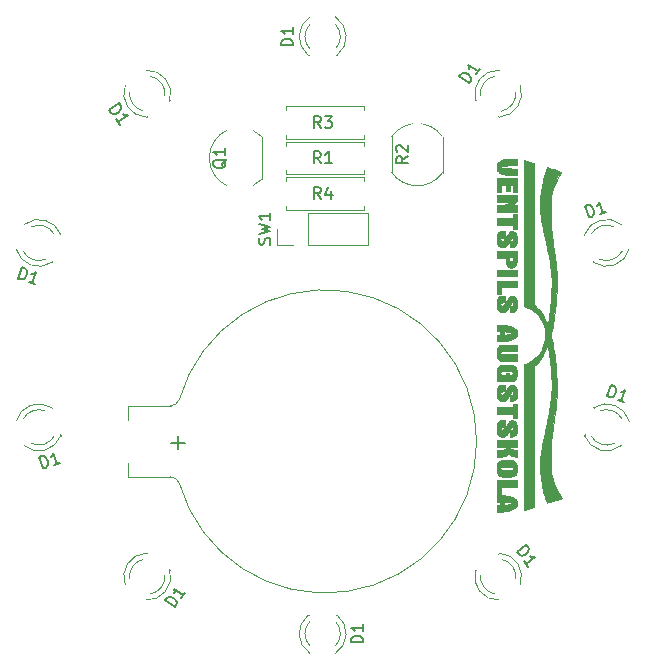
<source format=gto>
G04 #@! TF.GenerationSoftware,KiCad,Pcbnew,(5.0.0)*
G04 #@! TF.CreationDate,2019-03-15T09:11:02+02:00*
G04 #@! TF.ProjectId,LED_badge,4C45445F62616467652E6B696361645F,rev?*
G04 #@! TF.SameCoordinates,Original*
G04 #@! TF.FileFunction,Legend,Top*
G04 #@! TF.FilePolarity,Positive*
%FSLAX46Y46*%
G04 Gerber Fmt 4.6, Leading zero omitted, Abs format (unit mm)*
G04 Created by KiCad (PCBNEW (5.0.0)) date 03/15/19 09:11:02*
%MOMM*%
%LPD*%
G01*
G04 APERTURE LIST*
%ADD10C,0.010000*%
%ADD11C,0.120000*%
%ADD12C,0.150000*%
%ADD13C,2.200000*%
%ADD14C,0.100000*%
%ADD15R,2.200000X2.200000*%
%ADD16C,3.400000*%
%ADD17R,3.400000X3.400000*%
%ADD18C,1.900000*%
%ADD19R,1.900000X1.900000*%
%ADD20C,2.000000*%
%ADD21O,2.000000X2.000000*%
%ADD22R,2.100000X2.100000*%
%ADD23O,2.100000X2.100000*%
%ADD24C,5.400000*%
G04 APERTURE END LIST*
D10*
G04 #@! TO.C,G\002A\002A\002A*
G36*
X157200085Y-93824685D02*
X157163945Y-93836882D01*
X157105829Y-93855546D01*
X157032392Y-93878580D01*
X156950288Y-93903888D01*
X156905529Y-93917507D01*
X156818753Y-93943941D01*
X156712070Y-93976683D01*
X156594081Y-94013078D01*
X156473387Y-94050472D01*
X156358588Y-94086212D01*
X156340613Y-94091827D01*
X156245455Y-94121135D01*
X156159477Y-94146787D01*
X156086876Y-94167598D01*
X156031854Y-94182382D01*
X155998608Y-94189953D01*
X155990897Y-94190554D01*
X155976486Y-94173123D01*
X155955510Y-94130346D01*
X155929111Y-94065744D01*
X155898432Y-93982842D01*
X155864615Y-93885163D01*
X155828805Y-93776231D01*
X155792143Y-93659569D01*
X155755773Y-93538701D01*
X155720838Y-93417150D01*
X155688481Y-93298439D01*
X155659844Y-93186093D01*
X155645525Y-93125824D01*
X155583653Y-92832029D01*
X155529763Y-92525094D01*
X155484336Y-92210320D01*
X155447854Y-91893009D01*
X155420798Y-91578465D01*
X155403651Y-91271990D01*
X155396894Y-90978886D01*
X155401010Y-90704456D01*
X155410020Y-90534680D01*
X155426686Y-90348554D01*
X155452339Y-90134493D01*
X155486885Y-89893032D01*
X155530229Y-89624706D01*
X155582277Y-89330049D01*
X155642936Y-89009596D01*
X155712111Y-88663881D01*
X155789709Y-88293440D01*
X155864605Y-87948706D01*
X155882802Y-87865304D01*
X155901523Y-87777976D01*
X155918124Y-87699125D01*
X155926716Y-87657353D01*
X155938364Y-87600369D01*
X155954423Y-87522541D01*
X155973154Y-87432269D01*
X155992815Y-87337949D01*
X156002577Y-87291294D01*
X156071625Y-86954315D01*
X156132580Y-86640427D01*
X156186379Y-86344234D01*
X156233955Y-86060341D01*
X156276243Y-85783351D01*
X156314177Y-85507869D01*
X156322142Y-85446059D01*
X156348719Y-85192099D01*
X156367362Y-84911974D01*
X156378093Y-84608326D01*
X156380934Y-84283794D01*
X156375908Y-83941018D01*
X156363035Y-83582638D01*
X156342339Y-83211294D01*
X156313842Y-82829625D01*
X156298876Y-82659529D01*
X156278960Y-82459085D01*
X156255095Y-82245698D01*
X156228108Y-82025359D01*
X156198823Y-81804060D01*
X156168069Y-81587791D01*
X156136670Y-81382545D01*
X156105453Y-81194312D01*
X156075243Y-81029084D01*
X156071221Y-81008529D01*
X156029906Y-80799353D01*
X156002982Y-80881529D01*
X155939993Y-81057087D01*
X155863010Y-81244716D01*
X155776974Y-81433468D01*
X155686825Y-81612394D01*
X155615331Y-81740647D01*
X155548338Y-81848865D01*
X155469132Y-81967319D01*
X155381896Y-82090464D01*
X155290812Y-82212756D01*
X155200061Y-82328647D01*
X155113825Y-82432595D01*
X155036286Y-82519053D01*
X155001635Y-82554431D01*
X154918353Y-82636097D01*
X154918353Y-88593394D01*
X154918348Y-89096072D01*
X154918333Y-89569729D01*
X154918303Y-90015226D01*
X154918254Y-90433425D01*
X154918183Y-90825187D01*
X154918086Y-91191374D01*
X154917959Y-91532847D01*
X154917798Y-91850467D01*
X154917600Y-92145095D01*
X154917361Y-92417594D01*
X154917076Y-92668824D01*
X154916743Y-92899647D01*
X154916357Y-93110925D01*
X154915915Y-93303517D01*
X154915413Y-93478287D01*
X154914847Y-93636096D01*
X154914213Y-93777804D01*
X154913508Y-93904273D01*
X154912727Y-94016364D01*
X154911868Y-94114940D01*
X154910926Y-94200861D01*
X154909897Y-94274988D01*
X154908778Y-94338184D01*
X154907565Y-94391308D01*
X154906254Y-94435224D01*
X154904841Y-94470792D01*
X154903323Y-94498873D01*
X154901696Y-94520330D01*
X154899955Y-94536023D01*
X154898098Y-94546813D01*
X154896121Y-94553563D01*
X154894019Y-94557132D01*
X154892206Y-94558290D01*
X154858361Y-94568241D01*
X154801661Y-94585037D01*
X154727879Y-94606958D01*
X154642786Y-94632284D01*
X154552155Y-94659294D01*
X154461760Y-94686269D01*
X154377373Y-94711487D01*
X154304766Y-94733228D01*
X154253470Y-94748640D01*
X154186994Y-94769036D01*
X154127974Y-94787807D01*
X154084410Y-94802374D01*
X154068168Y-94808368D01*
X154036860Y-94815120D01*
X154019698Y-94810498D01*
X154018834Y-94794842D01*
X154018003Y-94750291D01*
X154017206Y-94677833D01*
X154016444Y-94578455D01*
X154015719Y-94453146D01*
X154015033Y-94302892D01*
X154014387Y-94128682D01*
X154013781Y-93931503D01*
X154013219Y-93712343D01*
X154012700Y-93472189D01*
X154012228Y-93212029D01*
X154011802Y-92932850D01*
X154011424Y-92635641D01*
X154011097Y-92321389D01*
X154010820Y-91991082D01*
X154010596Y-91645706D01*
X154010427Y-91286250D01*
X154010313Y-90913702D01*
X154010256Y-90529049D01*
X154010257Y-90133278D01*
X154010318Y-89727378D01*
X154010440Y-89312336D01*
X154010625Y-88889139D01*
X154010765Y-88635342D01*
X154014411Y-82472765D01*
X154126470Y-82434262D01*
X154373949Y-82333632D01*
X154609456Y-82206730D01*
X154830760Y-82055533D01*
X155035628Y-81882021D01*
X155221829Y-81688170D01*
X155387130Y-81475959D01*
X155529298Y-81247367D01*
X155583511Y-81143000D01*
X155691395Y-80889234D01*
X155770526Y-80627971D01*
X155820761Y-80360337D01*
X155841958Y-80087459D01*
X155833976Y-79810461D01*
X155796673Y-79530470D01*
X155790835Y-79499850D01*
X155724895Y-79238980D01*
X155632320Y-78988614D01*
X155514649Y-78750746D01*
X155373422Y-78527372D01*
X155210179Y-78320487D01*
X155026460Y-78132086D01*
X154823804Y-77964165D01*
X154603751Y-77818718D01*
X154417823Y-77720641D01*
X154338366Y-77684501D01*
X154253724Y-77648267D01*
X154175653Y-77616869D01*
X154130244Y-77600069D01*
X154007018Y-77557118D01*
X154006980Y-71367735D01*
X154007004Y-70939372D01*
X154007080Y-70518634D01*
X154007207Y-70106503D01*
X154007383Y-69703963D01*
X154007606Y-69311995D01*
X154007874Y-68931583D01*
X154008186Y-68563710D01*
X154008539Y-68209357D01*
X154008933Y-67869509D01*
X154009364Y-67545147D01*
X154009832Y-67237255D01*
X154010335Y-66946815D01*
X154010870Y-66674810D01*
X154011437Y-66422223D01*
X154012033Y-66190036D01*
X154012656Y-65979233D01*
X154013305Y-65790795D01*
X154013979Y-65625706D01*
X154014674Y-65484949D01*
X154015390Y-65369505D01*
X154016124Y-65280359D01*
X154016876Y-65218492D01*
X154017642Y-65184888D01*
X154018147Y-65178666D01*
X154037110Y-65182698D01*
X154080194Y-65194551D01*
X154148192Y-65214464D01*
X154241901Y-65242673D01*
X154362114Y-65279417D01*
X154509626Y-65324935D01*
X154586140Y-65348658D01*
X154678428Y-65377211D01*
X154760828Y-65402521D01*
X154829170Y-65423321D01*
X154879286Y-65438347D01*
X154907005Y-65446333D01*
X154911111Y-65447294D01*
X154911621Y-65462068D01*
X154912122Y-65505725D01*
X154912612Y-65577262D01*
X154913091Y-65675679D01*
X154913557Y-65799976D01*
X154914009Y-65949153D01*
X154914445Y-66122207D01*
X154914865Y-66318140D01*
X154915267Y-66535950D01*
X154915650Y-66774636D01*
X154916013Y-67033197D01*
X154916355Y-67310634D01*
X154916674Y-67605946D01*
X154916969Y-67918131D01*
X154917239Y-68246189D01*
X154917483Y-68589120D01*
X154917699Y-68945923D01*
X154917886Y-69315597D01*
X154918044Y-69697141D01*
X154918171Y-70089555D01*
X154918265Y-70491839D01*
X154918326Y-70902991D01*
X154918352Y-71322011D01*
X154918353Y-71417941D01*
X154918353Y-77388588D01*
X154981853Y-77451988D01*
X155186645Y-77672813D01*
X155378738Y-77912462D01*
X155554976Y-78165983D01*
X155712203Y-78428424D01*
X155847266Y-78694834D01*
X155957009Y-78960261D01*
X155974861Y-79010528D01*
X155996847Y-79071841D01*
X156015741Y-79120211D01*
X156029323Y-79150219D01*
X156035017Y-79157257D01*
X156042715Y-79137211D01*
X156053871Y-79090867D01*
X156067951Y-79021540D01*
X156084422Y-78932546D01*
X156102751Y-78827202D01*
X156122405Y-78708823D01*
X156142849Y-78580724D01*
X156163551Y-78446223D01*
X156183977Y-78308635D01*
X156203594Y-78171276D01*
X156221868Y-78037462D01*
X156238266Y-77910508D01*
X156246746Y-77841000D01*
X156280727Y-77540558D01*
X156308774Y-77258135D01*
X156331399Y-76985882D01*
X156349109Y-76715949D01*
X156362414Y-76440487D01*
X156371822Y-76151644D01*
X156377844Y-75841572D01*
X156378217Y-75813941D01*
X156380325Y-75625854D01*
X156381217Y-75462706D01*
X156380662Y-75319567D01*
X156378431Y-75191509D01*
X156374293Y-75073605D01*
X156368018Y-74960925D01*
X156359377Y-74848542D01*
X156348139Y-74731528D01*
X156334074Y-74604954D01*
X156316954Y-74463893D01*
X156314196Y-74441882D01*
X156285361Y-74227290D01*
X156250695Y-73994110D01*
X156211499Y-73749840D01*
X156169075Y-73501976D01*
X156124723Y-73258014D01*
X156079743Y-73025452D01*
X156035438Y-72811786D01*
X156016034Y-72723647D01*
X156007891Y-72686489D01*
X155994477Y-72624137D01*
X155976652Y-72540643D01*
X155955278Y-72440060D01*
X155931215Y-72326440D01*
X155905325Y-72203835D01*
X155881068Y-72088647D01*
X155812621Y-71762083D01*
X155750473Y-71462658D01*
X155694377Y-71188357D01*
X155644083Y-70937163D01*
X155599345Y-70707060D01*
X155559914Y-70496030D01*
X155525543Y-70302058D01*
X155495983Y-70123127D01*
X155470987Y-69957220D01*
X155450307Y-69802322D01*
X155433694Y-69656415D01*
X155420901Y-69517484D01*
X155411681Y-69383511D01*
X155405784Y-69252480D01*
X155402964Y-69122375D01*
X155402972Y-68991179D01*
X155405560Y-68856876D01*
X155410480Y-68717450D01*
X155417486Y-68570883D01*
X155426327Y-68415160D01*
X155427353Y-68398176D01*
X155470273Y-67905315D01*
X155538516Y-67418872D01*
X155631404Y-66942820D01*
X155748259Y-66481137D01*
X155764136Y-66425941D01*
X155786573Y-66349101D01*
X155803953Y-66290569D01*
X155818828Y-66242675D01*
X155833749Y-66197751D01*
X155851266Y-66148125D01*
X155873932Y-66086129D01*
X155904297Y-66004093D01*
X155905770Y-66000118D01*
X155936730Y-65917842D01*
X155960087Y-65860041D01*
X155978024Y-65822953D01*
X155992726Y-65802819D01*
X156006379Y-65795879D01*
X156021166Y-65798373D01*
X156022658Y-65798944D01*
X156043324Y-65806047D01*
X156088054Y-65820757D01*
X156152426Y-65841643D01*
X156232021Y-65867273D01*
X156322420Y-65896217D01*
X156367647Y-65910643D01*
X156571866Y-65975795D01*
X156748218Y-66032256D01*
X156896604Y-66079994D01*
X157016926Y-66118976D01*
X157109085Y-66149171D01*
X157172983Y-66170547D01*
X157208521Y-66183072D01*
X157216428Y-66186507D01*
X157210658Y-66200037D01*
X157190818Y-66231668D01*
X157160675Y-66275530D01*
X157147537Y-66293861D01*
X156964063Y-66571781D01*
X156801011Y-66870276D01*
X156659042Y-67187506D01*
X156538816Y-67521631D01*
X156440993Y-67870811D01*
X156366234Y-68233207D01*
X156315198Y-68606978D01*
X156314309Y-68615696D01*
X156305357Y-68731236D01*
X156298958Y-68873037D01*
X156295035Y-69037594D01*
X156293514Y-69221402D01*
X156294317Y-69420956D01*
X156297368Y-69632751D01*
X156302592Y-69853281D01*
X156309912Y-70079042D01*
X156319253Y-70306528D01*
X156330537Y-70532233D01*
X156343689Y-70752654D01*
X156358633Y-70964285D01*
X156367773Y-71077862D01*
X156385194Y-71265996D01*
X156407570Y-71478167D01*
X156434222Y-71709069D01*
X156464468Y-71953394D01*
X156497628Y-72205833D01*
X156533022Y-72461078D01*
X156569970Y-72713822D01*
X156607792Y-72958757D01*
X156613193Y-72992588D01*
X156625014Y-73069849D01*
X156639288Y-73168814D01*
X156655357Y-73284403D01*
X156672563Y-73411537D01*
X156690247Y-73545134D01*
X156707752Y-73680115D01*
X156724419Y-73811399D01*
X156739589Y-73933905D01*
X156752606Y-74042555D01*
X156762810Y-74132266D01*
X156769544Y-74197960D01*
X156769984Y-74202824D01*
X156782863Y-74350510D01*
X156793501Y-74481154D01*
X156802099Y-74599925D01*
X156808856Y-74711997D01*
X156813971Y-74822541D01*
X156817645Y-74936730D01*
X156820077Y-75059736D01*
X156821466Y-75196729D01*
X156822012Y-75352884D01*
X156821915Y-75533371D01*
X156821889Y-75547529D01*
X156819996Y-75844440D01*
X156815334Y-76118143D01*
X156807610Y-76375207D01*
X156796530Y-76622205D01*
X156781800Y-76865707D01*
X156763126Y-77112283D01*
X156740752Y-77362882D01*
X156707154Y-77686449D01*
X156667927Y-78012604D01*
X156623799Y-78336868D01*
X156575495Y-78654760D01*
X156523743Y-78961797D01*
X156469268Y-79253500D01*
X156412799Y-79525386D01*
X156355061Y-79772976D01*
X156340750Y-79829631D01*
X156298159Y-79995438D01*
X156340476Y-80165807D01*
X156406875Y-80451509D01*
X156470629Y-80762017D01*
X156530981Y-81092316D01*
X156587176Y-81437388D01*
X156638455Y-81792219D01*
X156684061Y-82151791D01*
X156723238Y-82511089D01*
X156755229Y-82865095D01*
X156763037Y-82965824D01*
X156781452Y-83232771D01*
X156795723Y-83486691D01*
X156806169Y-83736499D01*
X156813111Y-83991112D01*
X156816868Y-84259448D01*
X156817797Y-84489824D01*
X156817068Y-84705892D01*
X156814535Y-84907317D01*
X156809875Y-85097885D01*
X156802763Y-85281379D01*
X156792876Y-85461585D01*
X156779889Y-85642288D01*
X156763478Y-85827273D01*
X156743320Y-86020324D01*
X156719090Y-86225228D01*
X156690463Y-86445768D01*
X156657117Y-86685730D01*
X156618727Y-86948899D01*
X156592013Y-87126941D01*
X156553183Y-87385532D01*
X156518948Y-87618215D01*
X156488873Y-87828539D01*
X156462521Y-88020052D01*
X156439457Y-88196302D01*
X156419244Y-88360838D01*
X156401446Y-88517208D01*
X156385626Y-88668960D01*
X156371349Y-88819642D01*
X156358179Y-88972803D01*
X156345900Y-89129059D01*
X156332276Y-89327931D01*
X156320478Y-89537224D01*
X156310560Y-89753257D01*
X156302574Y-89972347D01*
X156296572Y-90190811D01*
X156292607Y-90404966D01*
X156290732Y-90611129D01*
X156290998Y-90805619D01*
X156293460Y-90984752D01*
X156298168Y-91144845D01*
X156305177Y-91282217D01*
X156313682Y-91385176D01*
X156352783Y-91671242D01*
X156410017Y-91963514D01*
X156483200Y-92253337D01*
X156570149Y-92532058D01*
X156668100Y-92789647D01*
X156732167Y-92931702D01*
X156809030Y-93085180D01*
X156894540Y-93242817D01*
X156984545Y-93397348D01*
X157074894Y-93541509D01*
X157161436Y-93668036D01*
X157198512Y-93717909D01*
X157263053Y-93801994D01*
X157200085Y-93824685D01*
X157200085Y-93824685D01*
G37*
X157200085Y-93824685D02*
X157163945Y-93836882D01*
X157105829Y-93855546D01*
X157032392Y-93878580D01*
X156950288Y-93903888D01*
X156905529Y-93917507D01*
X156818753Y-93943941D01*
X156712070Y-93976683D01*
X156594081Y-94013078D01*
X156473387Y-94050472D01*
X156358588Y-94086212D01*
X156340613Y-94091827D01*
X156245455Y-94121135D01*
X156159477Y-94146787D01*
X156086876Y-94167598D01*
X156031854Y-94182382D01*
X155998608Y-94189953D01*
X155990897Y-94190554D01*
X155976486Y-94173123D01*
X155955510Y-94130346D01*
X155929111Y-94065744D01*
X155898432Y-93982842D01*
X155864615Y-93885163D01*
X155828805Y-93776231D01*
X155792143Y-93659569D01*
X155755773Y-93538701D01*
X155720838Y-93417150D01*
X155688481Y-93298439D01*
X155659844Y-93186093D01*
X155645525Y-93125824D01*
X155583653Y-92832029D01*
X155529763Y-92525094D01*
X155484336Y-92210320D01*
X155447854Y-91893009D01*
X155420798Y-91578465D01*
X155403651Y-91271990D01*
X155396894Y-90978886D01*
X155401010Y-90704456D01*
X155410020Y-90534680D01*
X155426686Y-90348554D01*
X155452339Y-90134493D01*
X155486885Y-89893032D01*
X155530229Y-89624706D01*
X155582277Y-89330049D01*
X155642936Y-89009596D01*
X155712111Y-88663881D01*
X155789709Y-88293440D01*
X155864605Y-87948706D01*
X155882802Y-87865304D01*
X155901523Y-87777976D01*
X155918124Y-87699125D01*
X155926716Y-87657353D01*
X155938364Y-87600369D01*
X155954423Y-87522541D01*
X155973154Y-87432269D01*
X155992815Y-87337949D01*
X156002577Y-87291294D01*
X156071625Y-86954315D01*
X156132580Y-86640427D01*
X156186379Y-86344234D01*
X156233955Y-86060341D01*
X156276243Y-85783351D01*
X156314177Y-85507869D01*
X156322142Y-85446059D01*
X156348719Y-85192099D01*
X156367362Y-84911974D01*
X156378093Y-84608326D01*
X156380934Y-84283794D01*
X156375908Y-83941018D01*
X156363035Y-83582638D01*
X156342339Y-83211294D01*
X156313842Y-82829625D01*
X156298876Y-82659529D01*
X156278960Y-82459085D01*
X156255095Y-82245698D01*
X156228108Y-82025359D01*
X156198823Y-81804060D01*
X156168069Y-81587791D01*
X156136670Y-81382545D01*
X156105453Y-81194312D01*
X156075243Y-81029084D01*
X156071221Y-81008529D01*
X156029906Y-80799353D01*
X156002982Y-80881529D01*
X155939993Y-81057087D01*
X155863010Y-81244716D01*
X155776974Y-81433468D01*
X155686825Y-81612394D01*
X155615331Y-81740647D01*
X155548338Y-81848865D01*
X155469132Y-81967319D01*
X155381896Y-82090464D01*
X155290812Y-82212756D01*
X155200061Y-82328647D01*
X155113825Y-82432595D01*
X155036286Y-82519053D01*
X155001635Y-82554431D01*
X154918353Y-82636097D01*
X154918353Y-88593394D01*
X154918348Y-89096072D01*
X154918333Y-89569729D01*
X154918303Y-90015226D01*
X154918254Y-90433425D01*
X154918183Y-90825187D01*
X154918086Y-91191374D01*
X154917959Y-91532847D01*
X154917798Y-91850467D01*
X154917600Y-92145095D01*
X154917361Y-92417594D01*
X154917076Y-92668824D01*
X154916743Y-92899647D01*
X154916357Y-93110925D01*
X154915915Y-93303517D01*
X154915413Y-93478287D01*
X154914847Y-93636096D01*
X154914213Y-93777804D01*
X154913508Y-93904273D01*
X154912727Y-94016364D01*
X154911868Y-94114940D01*
X154910926Y-94200861D01*
X154909897Y-94274988D01*
X154908778Y-94338184D01*
X154907565Y-94391308D01*
X154906254Y-94435224D01*
X154904841Y-94470792D01*
X154903323Y-94498873D01*
X154901696Y-94520330D01*
X154899955Y-94536023D01*
X154898098Y-94546813D01*
X154896121Y-94553563D01*
X154894019Y-94557132D01*
X154892206Y-94558290D01*
X154858361Y-94568241D01*
X154801661Y-94585037D01*
X154727879Y-94606958D01*
X154642786Y-94632284D01*
X154552155Y-94659294D01*
X154461760Y-94686269D01*
X154377373Y-94711487D01*
X154304766Y-94733228D01*
X154253470Y-94748640D01*
X154186994Y-94769036D01*
X154127974Y-94787807D01*
X154084410Y-94802374D01*
X154068168Y-94808368D01*
X154036860Y-94815120D01*
X154019698Y-94810498D01*
X154018834Y-94794842D01*
X154018003Y-94750291D01*
X154017206Y-94677833D01*
X154016444Y-94578455D01*
X154015719Y-94453146D01*
X154015033Y-94302892D01*
X154014387Y-94128682D01*
X154013781Y-93931503D01*
X154013219Y-93712343D01*
X154012700Y-93472189D01*
X154012228Y-93212029D01*
X154011802Y-92932850D01*
X154011424Y-92635641D01*
X154011097Y-92321389D01*
X154010820Y-91991082D01*
X154010596Y-91645706D01*
X154010427Y-91286250D01*
X154010313Y-90913702D01*
X154010256Y-90529049D01*
X154010257Y-90133278D01*
X154010318Y-89727378D01*
X154010440Y-89312336D01*
X154010625Y-88889139D01*
X154010765Y-88635342D01*
X154014411Y-82472765D01*
X154126470Y-82434262D01*
X154373949Y-82333632D01*
X154609456Y-82206730D01*
X154830760Y-82055533D01*
X155035628Y-81882021D01*
X155221829Y-81688170D01*
X155387130Y-81475959D01*
X155529298Y-81247367D01*
X155583511Y-81143000D01*
X155691395Y-80889234D01*
X155770526Y-80627971D01*
X155820761Y-80360337D01*
X155841958Y-80087459D01*
X155833976Y-79810461D01*
X155796673Y-79530470D01*
X155790835Y-79499850D01*
X155724895Y-79238980D01*
X155632320Y-78988614D01*
X155514649Y-78750746D01*
X155373422Y-78527372D01*
X155210179Y-78320487D01*
X155026460Y-78132086D01*
X154823804Y-77964165D01*
X154603751Y-77818718D01*
X154417823Y-77720641D01*
X154338366Y-77684501D01*
X154253724Y-77648267D01*
X154175653Y-77616869D01*
X154130244Y-77600069D01*
X154007018Y-77557118D01*
X154006980Y-71367735D01*
X154007004Y-70939372D01*
X154007080Y-70518634D01*
X154007207Y-70106503D01*
X154007383Y-69703963D01*
X154007606Y-69311995D01*
X154007874Y-68931583D01*
X154008186Y-68563710D01*
X154008539Y-68209357D01*
X154008933Y-67869509D01*
X154009364Y-67545147D01*
X154009832Y-67237255D01*
X154010335Y-66946815D01*
X154010870Y-66674810D01*
X154011437Y-66422223D01*
X154012033Y-66190036D01*
X154012656Y-65979233D01*
X154013305Y-65790795D01*
X154013979Y-65625706D01*
X154014674Y-65484949D01*
X154015390Y-65369505D01*
X154016124Y-65280359D01*
X154016876Y-65218492D01*
X154017642Y-65184888D01*
X154018147Y-65178666D01*
X154037110Y-65182698D01*
X154080194Y-65194551D01*
X154148192Y-65214464D01*
X154241901Y-65242673D01*
X154362114Y-65279417D01*
X154509626Y-65324935D01*
X154586140Y-65348658D01*
X154678428Y-65377211D01*
X154760828Y-65402521D01*
X154829170Y-65423321D01*
X154879286Y-65438347D01*
X154907005Y-65446333D01*
X154911111Y-65447294D01*
X154911621Y-65462068D01*
X154912122Y-65505725D01*
X154912612Y-65577262D01*
X154913091Y-65675679D01*
X154913557Y-65799976D01*
X154914009Y-65949153D01*
X154914445Y-66122207D01*
X154914865Y-66318140D01*
X154915267Y-66535950D01*
X154915650Y-66774636D01*
X154916013Y-67033197D01*
X154916355Y-67310634D01*
X154916674Y-67605946D01*
X154916969Y-67918131D01*
X154917239Y-68246189D01*
X154917483Y-68589120D01*
X154917699Y-68945923D01*
X154917886Y-69315597D01*
X154918044Y-69697141D01*
X154918171Y-70089555D01*
X154918265Y-70491839D01*
X154918326Y-70902991D01*
X154918352Y-71322011D01*
X154918353Y-71417941D01*
X154918353Y-77388588D01*
X154981853Y-77451988D01*
X155186645Y-77672813D01*
X155378738Y-77912462D01*
X155554976Y-78165983D01*
X155712203Y-78428424D01*
X155847266Y-78694834D01*
X155957009Y-78960261D01*
X155974861Y-79010528D01*
X155996847Y-79071841D01*
X156015741Y-79120211D01*
X156029323Y-79150219D01*
X156035017Y-79157257D01*
X156042715Y-79137211D01*
X156053871Y-79090867D01*
X156067951Y-79021540D01*
X156084422Y-78932546D01*
X156102751Y-78827202D01*
X156122405Y-78708823D01*
X156142849Y-78580724D01*
X156163551Y-78446223D01*
X156183977Y-78308635D01*
X156203594Y-78171276D01*
X156221868Y-78037462D01*
X156238266Y-77910508D01*
X156246746Y-77841000D01*
X156280727Y-77540558D01*
X156308774Y-77258135D01*
X156331399Y-76985882D01*
X156349109Y-76715949D01*
X156362414Y-76440487D01*
X156371822Y-76151644D01*
X156377844Y-75841572D01*
X156378217Y-75813941D01*
X156380325Y-75625854D01*
X156381217Y-75462706D01*
X156380662Y-75319567D01*
X156378431Y-75191509D01*
X156374293Y-75073605D01*
X156368018Y-74960925D01*
X156359377Y-74848542D01*
X156348139Y-74731528D01*
X156334074Y-74604954D01*
X156316954Y-74463893D01*
X156314196Y-74441882D01*
X156285361Y-74227290D01*
X156250695Y-73994110D01*
X156211499Y-73749840D01*
X156169075Y-73501976D01*
X156124723Y-73258014D01*
X156079743Y-73025452D01*
X156035438Y-72811786D01*
X156016034Y-72723647D01*
X156007891Y-72686489D01*
X155994477Y-72624137D01*
X155976652Y-72540643D01*
X155955278Y-72440060D01*
X155931215Y-72326440D01*
X155905325Y-72203835D01*
X155881068Y-72088647D01*
X155812621Y-71762083D01*
X155750473Y-71462658D01*
X155694377Y-71188357D01*
X155644083Y-70937163D01*
X155599345Y-70707060D01*
X155559914Y-70496030D01*
X155525543Y-70302058D01*
X155495983Y-70123127D01*
X155470987Y-69957220D01*
X155450307Y-69802322D01*
X155433694Y-69656415D01*
X155420901Y-69517484D01*
X155411681Y-69383511D01*
X155405784Y-69252480D01*
X155402964Y-69122375D01*
X155402972Y-68991179D01*
X155405560Y-68856876D01*
X155410480Y-68717450D01*
X155417486Y-68570883D01*
X155426327Y-68415160D01*
X155427353Y-68398176D01*
X155470273Y-67905315D01*
X155538516Y-67418872D01*
X155631404Y-66942820D01*
X155748259Y-66481137D01*
X155764136Y-66425941D01*
X155786573Y-66349101D01*
X155803953Y-66290569D01*
X155818828Y-66242675D01*
X155833749Y-66197751D01*
X155851266Y-66148125D01*
X155873932Y-66086129D01*
X155904297Y-66004093D01*
X155905770Y-66000118D01*
X155936730Y-65917842D01*
X155960087Y-65860041D01*
X155978024Y-65822953D01*
X155992726Y-65802819D01*
X156006379Y-65795879D01*
X156021166Y-65798373D01*
X156022658Y-65798944D01*
X156043324Y-65806047D01*
X156088054Y-65820757D01*
X156152426Y-65841643D01*
X156232021Y-65867273D01*
X156322420Y-65896217D01*
X156367647Y-65910643D01*
X156571866Y-65975795D01*
X156748218Y-66032256D01*
X156896604Y-66079994D01*
X157016926Y-66118976D01*
X157109085Y-66149171D01*
X157172983Y-66170547D01*
X157208521Y-66183072D01*
X157216428Y-66186507D01*
X157210658Y-66200037D01*
X157190818Y-66231668D01*
X157160675Y-66275530D01*
X157147537Y-66293861D01*
X156964063Y-66571781D01*
X156801011Y-66870276D01*
X156659042Y-67187506D01*
X156538816Y-67521631D01*
X156440993Y-67870811D01*
X156366234Y-68233207D01*
X156315198Y-68606978D01*
X156314309Y-68615696D01*
X156305357Y-68731236D01*
X156298958Y-68873037D01*
X156295035Y-69037594D01*
X156293514Y-69221402D01*
X156294317Y-69420956D01*
X156297368Y-69632751D01*
X156302592Y-69853281D01*
X156309912Y-70079042D01*
X156319253Y-70306528D01*
X156330537Y-70532233D01*
X156343689Y-70752654D01*
X156358633Y-70964285D01*
X156367773Y-71077862D01*
X156385194Y-71265996D01*
X156407570Y-71478167D01*
X156434222Y-71709069D01*
X156464468Y-71953394D01*
X156497628Y-72205833D01*
X156533022Y-72461078D01*
X156569970Y-72713822D01*
X156607792Y-72958757D01*
X156613193Y-72992588D01*
X156625014Y-73069849D01*
X156639288Y-73168814D01*
X156655357Y-73284403D01*
X156672563Y-73411537D01*
X156690247Y-73545134D01*
X156707752Y-73680115D01*
X156724419Y-73811399D01*
X156739589Y-73933905D01*
X156752606Y-74042555D01*
X156762810Y-74132266D01*
X156769544Y-74197960D01*
X156769984Y-74202824D01*
X156782863Y-74350510D01*
X156793501Y-74481154D01*
X156802099Y-74599925D01*
X156808856Y-74711997D01*
X156813971Y-74822541D01*
X156817645Y-74936730D01*
X156820077Y-75059736D01*
X156821466Y-75196729D01*
X156822012Y-75352884D01*
X156821915Y-75533371D01*
X156821889Y-75547529D01*
X156819996Y-75844440D01*
X156815334Y-76118143D01*
X156807610Y-76375207D01*
X156796530Y-76622205D01*
X156781800Y-76865707D01*
X156763126Y-77112283D01*
X156740752Y-77362882D01*
X156707154Y-77686449D01*
X156667927Y-78012604D01*
X156623799Y-78336868D01*
X156575495Y-78654760D01*
X156523743Y-78961797D01*
X156469268Y-79253500D01*
X156412799Y-79525386D01*
X156355061Y-79772976D01*
X156340750Y-79829631D01*
X156298159Y-79995438D01*
X156340476Y-80165807D01*
X156406875Y-80451509D01*
X156470629Y-80762017D01*
X156530981Y-81092316D01*
X156587176Y-81437388D01*
X156638455Y-81792219D01*
X156684061Y-82151791D01*
X156723238Y-82511089D01*
X156755229Y-82865095D01*
X156763037Y-82965824D01*
X156781452Y-83232771D01*
X156795723Y-83486691D01*
X156806169Y-83736499D01*
X156813111Y-83991112D01*
X156816868Y-84259448D01*
X156817797Y-84489824D01*
X156817068Y-84705892D01*
X156814535Y-84907317D01*
X156809875Y-85097885D01*
X156802763Y-85281379D01*
X156792876Y-85461585D01*
X156779889Y-85642288D01*
X156763478Y-85827273D01*
X156743320Y-86020324D01*
X156719090Y-86225228D01*
X156690463Y-86445768D01*
X156657117Y-86685730D01*
X156618727Y-86948899D01*
X156592013Y-87126941D01*
X156553183Y-87385532D01*
X156518948Y-87618215D01*
X156488873Y-87828539D01*
X156462521Y-88020052D01*
X156439457Y-88196302D01*
X156419244Y-88360838D01*
X156401446Y-88517208D01*
X156385626Y-88668960D01*
X156371349Y-88819642D01*
X156358179Y-88972803D01*
X156345900Y-89129059D01*
X156332276Y-89327931D01*
X156320478Y-89537224D01*
X156310560Y-89753257D01*
X156302574Y-89972347D01*
X156296572Y-90190811D01*
X156292607Y-90404966D01*
X156290732Y-90611129D01*
X156290998Y-90805619D01*
X156293460Y-90984752D01*
X156298168Y-91144845D01*
X156305177Y-91282217D01*
X156313682Y-91385176D01*
X156352783Y-91671242D01*
X156410017Y-91963514D01*
X156483200Y-92253337D01*
X156570149Y-92532058D01*
X156668100Y-92789647D01*
X156732167Y-92931702D01*
X156809030Y-93085180D01*
X156894540Y-93242817D01*
X156984545Y-93397348D01*
X157074894Y-93541509D01*
X157161436Y-93668036D01*
X157198512Y-93717909D01*
X157263053Y-93801994D01*
X157200085Y-93824685D01*
G36*
X153391412Y-94531458D02*
X153242464Y-94650562D01*
X153073339Y-94749221D01*
X152883169Y-94827847D01*
X152671085Y-94886854D01*
X152623369Y-94896854D01*
X152559307Y-94908335D01*
X152492954Y-94917354D01*
X152418758Y-94924339D01*
X152331170Y-94929716D01*
X152224638Y-94933911D01*
X152097868Y-94937257D01*
X151735207Y-94945342D01*
X151743353Y-94380882D01*
X151881558Y-94376586D01*
X152019764Y-94372290D01*
X152019764Y-94104471D01*
X151735882Y-94104471D01*
X151735882Y-93547495D01*
X152098206Y-93555662D01*
X152309353Y-93564045D01*
X152373716Y-93569479D01*
X152373716Y-94110118D01*
X152345090Y-94114480D01*
X152344151Y-94114979D01*
X152339191Y-94132099D01*
X152336386Y-94171532D01*
X152336170Y-94225758D01*
X152336680Y-94243919D01*
X152341000Y-94365941D01*
X152423149Y-94370586D01*
X152517440Y-94369715D01*
X152629473Y-94358912D01*
X152749447Y-94339824D01*
X152867555Y-94314097D01*
X152973996Y-94283380D01*
X153002840Y-94273194D01*
X153040512Y-94256851D01*
X153052947Y-94243086D01*
X153039013Y-94229049D01*
X152997576Y-94211888D01*
X152975478Y-94204318D01*
X152915813Y-94187322D01*
X152840605Y-94170246D01*
X152755404Y-94153877D01*
X152665757Y-94139001D01*
X152577216Y-94126401D01*
X152495329Y-94116863D01*
X152425646Y-94111174D01*
X152373716Y-94110118D01*
X152373716Y-93569479D01*
X152495275Y-93579742D01*
X152659964Y-93603792D01*
X152807411Y-93637233D01*
X152941608Y-93681106D01*
X153066547Y-93736449D01*
X153186218Y-93804301D01*
X153270526Y-93860890D01*
X153328592Y-93902789D01*
X153371102Y-93937363D01*
X153400545Y-93970375D01*
X153419409Y-94007593D01*
X153430181Y-94054782D01*
X153435351Y-94117708D01*
X153437404Y-94202137D01*
X153437978Y-94248960D01*
X153440765Y-94485539D01*
X153391412Y-94531458D01*
X153391412Y-94531458D01*
G37*
X153391412Y-94531458D02*
X153242464Y-94650562D01*
X153073339Y-94749221D01*
X152883169Y-94827847D01*
X152671085Y-94886854D01*
X152623369Y-94896854D01*
X152559307Y-94908335D01*
X152492954Y-94917354D01*
X152418758Y-94924339D01*
X152331170Y-94929716D01*
X152224638Y-94933911D01*
X152097868Y-94937257D01*
X151735207Y-94945342D01*
X151743353Y-94380882D01*
X151881558Y-94376586D01*
X152019764Y-94372290D01*
X152019764Y-94104471D01*
X151735882Y-94104471D01*
X151735882Y-93547495D01*
X152098206Y-93555662D01*
X152309353Y-93564045D01*
X152373716Y-93569479D01*
X152373716Y-94110118D01*
X152345090Y-94114480D01*
X152344151Y-94114979D01*
X152339191Y-94132099D01*
X152336386Y-94171532D01*
X152336170Y-94225758D01*
X152336680Y-94243919D01*
X152341000Y-94365941D01*
X152423149Y-94370586D01*
X152517440Y-94369715D01*
X152629473Y-94358912D01*
X152749447Y-94339824D01*
X152867555Y-94314097D01*
X152973996Y-94283380D01*
X153002840Y-94273194D01*
X153040512Y-94256851D01*
X153052947Y-94243086D01*
X153039013Y-94229049D01*
X152997576Y-94211888D01*
X152975478Y-94204318D01*
X152915813Y-94187322D01*
X152840605Y-94170246D01*
X152755404Y-94153877D01*
X152665757Y-94139001D01*
X152577216Y-94126401D01*
X152495329Y-94116863D01*
X152425646Y-94111174D01*
X152373716Y-94110118D01*
X152373716Y-93569479D01*
X152495275Y-93579742D01*
X152659964Y-93603792D01*
X152807411Y-93637233D01*
X152941608Y-93681106D01*
X153066547Y-93736449D01*
X153186218Y-93804301D01*
X153270526Y-93860890D01*
X153328592Y-93902789D01*
X153371102Y-93937363D01*
X153400545Y-93970375D01*
X153419409Y-94007593D01*
X153430181Y-94054782D01*
X153435351Y-94117708D01*
X153437404Y-94202137D01*
X153437978Y-94248960D01*
X153440765Y-94485539D01*
X153391412Y-94531458D01*
G36*
X152064588Y-92849412D02*
X152064588Y-93432118D01*
X151735882Y-93432118D01*
X151735882Y-92297092D01*
X152553911Y-92293105D01*
X152708423Y-92292453D01*
X152854619Y-92292030D01*
X152989645Y-92291832D01*
X153110650Y-92291853D01*
X153214778Y-92292089D01*
X153299177Y-92292535D01*
X153360993Y-92293185D01*
X153397373Y-92294035D01*
X153405558Y-92294595D01*
X153417393Y-92297271D01*
X153426062Y-92303611D01*
X153432059Y-92317719D01*
X153435876Y-92343701D01*
X153438005Y-92385659D01*
X153438938Y-92447699D01*
X153439170Y-92533926D01*
X153439176Y-92574742D01*
X153439176Y-92849412D01*
X152064588Y-92849412D01*
X152064588Y-92849412D01*
G37*
X152064588Y-92849412D02*
X152064588Y-93432118D01*
X151735882Y-93432118D01*
X151735882Y-92297092D01*
X152553911Y-92293105D01*
X152708423Y-92292453D01*
X152854619Y-92292030D01*
X152989645Y-92291832D01*
X153110650Y-92291853D01*
X153214778Y-92292089D01*
X153299177Y-92292535D01*
X153360993Y-92293185D01*
X153397373Y-92294035D01*
X153405558Y-92294595D01*
X153417393Y-92297271D01*
X153426062Y-92303611D01*
X153432059Y-92317719D01*
X153435876Y-92343701D01*
X153438005Y-92385659D01*
X153438938Y-92447699D01*
X153439170Y-92533926D01*
X153439176Y-92574742D01*
X153439176Y-92849412D01*
X152064588Y-92849412D01*
G36*
X153316249Y-90290980D02*
X153158484Y-90266745D01*
X153011230Y-90214695D01*
X152875631Y-90135238D01*
X152870720Y-90131680D01*
X152767213Y-90056160D01*
X152699600Y-90101791D01*
X152589019Y-90162232D01*
X152453279Y-90212152D01*
X152295464Y-90250783D01*
X152118661Y-90277358D01*
X151940985Y-90290535D01*
X151735206Y-90298932D01*
X151739279Y-90016554D01*
X151743353Y-89734176D01*
X151972429Y-89723776D01*
X152103122Y-89716278D01*
X152208712Y-89706439D01*
X152293936Y-89693513D01*
X152363531Y-89676754D01*
X152422234Y-89655417D01*
X152430647Y-89651659D01*
X152483421Y-89626656D01*
X152512293Y-89607535D01*
X152520512Y-89587702D01*
X152511329Y-89560561D01*
X152492209Y-89526720D01*
X152452114Y-89458303D01*
X152097734Y-89454299D01*
X151743353Y-89450294D01*
X151739280Y-89177618D01*
X151735208Y-88904941D01*
X153439850Y-88904941D01*
X153435778Y-89177618D01*
X153431706Y-89450294D01*
X153103899Y-89457765D01*
X152776092Y-89465235D01*
X152848053Y-89528547D01*
X152948762Y-89599861D01*
X153071956Y-89658159D01*
X153212354Y-89701465D01*
X153364674Y-89727805D01*
X153386882Y-89730048D01*
X153431706Y-89734176D01*
X153435778Y-90016451D01*
X153439851Y-90298725D01*
X153316249Y-90290980D01*
X153316249Y-90290980D01*
G37*
X153316249Y-90290980D02*
X153158484Y-90266745D01*
X153011230Y-90214695D01*
X152875631Y-90135238D01*
X152870720Y-90131680D01*
X152767213Y-90056160D01*
X152699600Y-90101791D01*
X152589019Y-90162232D01*
X152453279Y-90212152D01*
X152295464Y-90250783D01*
X152118661Y-90277358D01*
X151940985Y-90290535D01*
X151735206Y-90298932D01*
X151739279Y-90016554D01*
X151743353Y-89734176D01*
X151972429Y-89723776D01*
X152103122Y-89716278D01*
X152208712Y-89706439D01*
X152293936Y-89693513D01*
X152363531Y-89676754D01*
X152422234Y-89655417D01*
X152430647Y-89651659D01*
X152483421Y-89626656D01*
X152512293Y-89607535D01*
X152520512Y-89587702D01*
X152511329Y-89560561D01*
X152492209Y-89526720D01*
X152452114Y-89458303D01*
X152097734Y-89454299D01*
X151743353Y-89450294D01*
X151739280Y-89177618D01*
X151735208Y-88904941D01*
X153439850Y-88904941D01*
X153435778Y-89177618D01*
X153431706Y-89450294D01*
X153103899Y-89457765D01*
X152776092Y-89465235D01*
X152848053Y-89528547D01*
X152948762Y-89599861D01*
X153071956Y-89658159D01*
X153212354Y-89701465D01*
X153364674Y-89727805D01*
X153386882Y-89730048D01*
X153431706Y-89734176D01*
X153435778Y-90016451D01*
X153439851Y-90298725D01*
X153316249Y-90290980D01*
G36*
X153126422Y-87007412D02*
X153122182Y-86846794D01*
X153117941Y-86686176D01*
X152426911Y-86682292D01*
X151735882Y-86678407D01*
X151735882Y-86125882D01*
X152407013Y-86125882D01*
X152546440Y-86125686D01*
X152677108Y-86125123D01*
X152795891Y-86124235D01*
X152899662Y-86123062D01*
X152985296Y-86121645D01*
X153049666Y-86120026D01*
X153089646Y-86118244D01*
X153101778Y-86116813D01*
X153112695Y-86107647D01*
X153119747Y-86086712D01*
X153123688Y-86048772D01*
X153125269Y-85988593D01*
X153125411Y-85952460D01*
X153125411Y-85797176D01*
X153439176Y-85797176D01*
X153439176Y-87007412D01*
X153126422Y-87007412D01*
X153126422Y-87007412D01*
G37*
X153126422Y-87007412D02*
X153122182Y-86846794D01*
X153117941Y-86686176D01*
X152426911Y-86682292D01*
X151735882Y-86678407D01*
X151735882Y-86125882D01*
X152407013Y-86125882D01*
X152546440Y-86125686D01*
X152677108Y-86125123D01*
X152795891Y-86124235D01*
X152899662Y-86123062D01*
X152985296Y-86121645D01*
X153049666Y-86120026D01*
X153089646Y-86118244D01*
X153101778Y-86116813D01*
X153112695Y-86107647D01*
X153119747Y-86086712D01*
X153123688Y-86048772D01*
X153125269Y-85988593D01*
X153125411Y-85952460D01*
X153125411Y-85797176D01*
X153439176Y-85797176D01*
X153439176Y-87007412D01*
X153126422Y-87007412D01*
G36*
X153343931Y-80152392D02*
X153209340Y-80252405D01*
X153072643Y-80331063D01*
X152975473Y-80374745D01*
X152873294Y-80413181D01*
X152771721Y-80444256D01*
X152665719Y-80468784D01*
X152550250Y-80487579D01*
X152420277Y-80501456D01*
X152270763Y-80511230D01*
X152096672Y-80517715D01*
X152090397Y-80517884D01*
X151735207Y-80527335D01*
X151743353Y-79962647D01*
X151881558Y-79958351D01*
X152019764Y-79954055D01*
X152019764Y-79686235D01*
X151735882Y-79686235D01*
X151735882Y-79129526D01*
X152105676Y-79138247D01*
X152268353Y-79143310D01*
X152404113Y-79150590D01*
X152404113Y-79688683D01*
X152360911Y-79690526D01*
X152346788Y-79694746D01*
X152340295Y-79712991D01*
X152336001Y-79753681D01*
X152334565Y-79809417D01*
X152334822Y-79829515D01*
X152337592Y-79955176D01*
X152421472Y-79954903D01*
X152512142Y-79950490D01*
X152617189Y-79938810D01*
X152728107Y-79921412D01*
X152836390Y-79899845D01*
X152933533Y-79875655D01*
X153011031Y-79850393D01*
X153023562Y-79845290D01*
X153073117Y-79824151D01*
X153016646Y-79799632D01*
X152965364Y-79781565D01*
X152895878Y-79762979D01*
X152813679Y-79744733D01*
X152724256Y-79727686D01*
X152633099Y-79712698D01*
X152545696Y-79700628D01*
X152467538Y-79692337D01*
X152404113Y-79688683D01*
X152404113Y-79150590D01*
X152406335Y-79150710D01*
X152524772Y-79161267D01*
X152628811Y-79175800D01*
X152723603Y-79195129D01*
X152814296Y-79220075D01*
X152906039Y-79251456D01*
X152968529Y-79275636D01*
X153093826Y-79333517D01*
X153214601Y-79403406D01*
X153320448Y-79479015D01*
X153358010Y-79511019D01*
X153436645Y-79582332D01*
X153438427Y-79827764D01*
X153440210Y-80073196D01*
X153343931Y-80152392D01*
X153343931Y-80152392D01*
G37*
X153343931Y-80152392D02*
X153209340Y-80252405D01*
X153072643Y-80331063D01*
X152975473Y-80374745D01*
X152873294Y-80413181D01*
X152771721Y-80444256D01*
X152665719Y-80468784D01*
X152550250Y-80487579D01*
X152420277Y-80501456D01*
X152270763Y-80511230D01*
X152096672Y-80517715D01*
X152090397Y-80517884D01*
X151735207Y-80527335D01*
X151743353Y-79962647D01*
X151881558Y-79958351D01*
X152019764Y-79954055D01*
X152019764Y-79686235D01*
X151735882Y-79686235D01*
X151735882Y-79129526D01*
X152105676Y-79138247D01*
X152268353Y-79143310D01*
X152404113Y-79150590D01*
X152404113Y-79688683D01*
X152360911Y-79690526D01*
X152346788Y-79694746D01*
X152340295Y-79712991D01*
X152336001Y-79753681D01*
X152334565Y-79809417D01*
X152334822Y-79829515D01*
X152337592Y-79955176D01*
X152421472Y-79954903D01*
X152512142Y-79950490D01*
X152617189Y-79938810D01*
X152728107Y-79921412D01*
X152836390Y-79899845D01*
X152933533Y-79875655D01*
X153011031Y-79850393D01*
X153023562Y-79845290D01*
X153073117Y-79824151D01*
X153016646Y-79799632D01*
X152965364Y-79781565D01*
X152895878Y-79762979D01*
X152813679Y-79744733D01*
X152724256Y-79727686D01*
X152633099Y-79712698D01*
X152545696Y-79700628D01*
X152467538Y-79692337D01*
X152404113Y-79688683D01*
X152404113Y-79150590D01*
X152406335Y-79150710D01*
X152524772Y-79161267D01*
X152628811Y-79175800D01*
X152723603Y-79195129D01*
X152814296Y-79220075D01*
X152906039Y-79251456D01*
X152968529Y-79275636D01*
X153093826Y-79333517D01*
X153214601Y-79403406D01*
X153320448Y-79479015D01*
X153358010Y-79511019D01*
X153436645Y-79582332D01*
X153438427Y-79827764D01*
X153440210Y-80073196D01*
X153343931Y-80152392D01*
G36*
X152064588Y-75951243D02*
X152064588Y-76534658D01*
X151903970Y-76530417D01*
X151743353Y-76526176D01*
X151739437Y-75961747D01*
X151738590Y-75810591D01*
X151738389Y-75686943D01*
X151738896Y-75588438D01*
X151740172Y-75512706D01*
X151742280Y-75457381D01*
X151745281Y-75420095D01*
X151749238Y-75398481D01*
X151754212Y-75390171D01*
X151754378Y-75390102D01*
X151772462Y-75388824D01*
X151817660Y-75387755D01*
X151887205Y-75386907D01*
X151978332Y-75386291D01*
X152088272Y-75385916D01*
X152214258Y-75385795D01*
X152353525Y-75385937D01*
X152503304Y-75386354D01*
X152602470Y-75386766D01*
X153431706Y-75390647D01*
X153431706Y-75943471D01*
X152064588Y-75951243D01*
X152064588Y-75951243D01*
G37*
X152064588Y-75951243D02*
X152064588Y-76534658D01*
X151903970Y-76530417D01*
X151743353Y-76526176D01*
X151739437Y-75961747D01*
X151738590Y-75810591D01*
X151738389Y-75686943D01*
X151738896Y-75588438D01*
X151740172Y-75512706D01*
X151742280Y-75457381D01*
X151745281Y-75420095D01*
X151749238Y-75398481D01*
X151754212Y-75390171D01*
X151754378Y-75390102D01*
X151772462Y-75388824D01*
X151817660Y-75387755D01*
X151887205Y-75386907D01*
X151978332Y-75386291D01*
X152088272Y-75385916D01*
X152214258Y-75385795D01*
X152353525Y-75385937D01*
X152503304Y-75386354D01*
X152602470Y-75386766D01*
X153431706Y-75390647D01*
X153431706Y-75943471D01*
X152064588Y-75951243D01*
G36*
X151735882Y-75024588D02*
X151735882Y-74471765D01*
X153439176Y-74471765D01*
X153439176Y-75024588D01*
X151735882Y-75024588D01*
X151735882Y-75024588D01*
G37*
X151735882Y-75024588D02*
X151735882Y-74471765D01*
X153439176Y-74471765D01*
X153439176Y-75024588D01*
X151735882Y-75024588D01*
G36*
X153431965Y-73609525D02*
X153422968Y-73760560D01*
X153409378Y-73883901D01*
X153391247Y-73978758D01*
X153383848Y-74005050D01*
X153345050Y-74090638D01*
X153289764Y-74160396D01*
X153229904Y-74211869D01*
X153162631Y-74247202D01*
X153082327Y-74268052D01*
X152983371Y-74276077D01*
X152901211Y-74275000D01*
X152830255Y-74271208D01*
X152780768Y-74265365D01*
X152744341Y-74255589D01*
X152712562Y-74239999D01*
X152694909Y-74228856D01*
X152631297Y-74170609D01*
X152578395Y-74089695D01*
X152540166Y-73992559D01*
X152533242Y-73965968D01*
X152525313Y-73919791D01*
X152517346Y-73851970D01*
X152510147Y-73770729D01*
X152504521Y-73684293D01*
X152503380Y-73661206D01*
X152493287Y-73440824D01*
X151735882Y-73440824D01*
X151735882Y-73164412D01*
X151736265Y-73077230D01*
X151737330Y-73001324D01*
X151738951Y-72941349D01*
X151741003Y-72901958D01*
X151743353Y-72887808D01*
X151759260Y-72887770D01*
X151802351Y-72887726D01*
X151869926Y-72887680D01*
X151959288Y-72887632D01*
X152067736Y-72887583D01*
X152192573Y-72887535D01*
X152331099Y-72887488D01*
X152480616Y-72887445D01*
X152591264Y-72887417D01*
X153125411Y-72887291D01*
X153125411Y-73425882D01*
X152796706Y-73425882D01*
X152796706Y-73523742D01*
X152800336Y-73586950D01*
X152809977Y-73640261D01*
X152818519Y-73663784D01*
X152844573Y-73696812D01*
X152874548Y-73715132D01*
X152918280Y-73721941D01*
X152972619Y-73724195D01*
X153023955Y-73721874D01*
X153057507Y-73715425D01*
X153089791Y-73687672D01*
X153112474Y-73635184D01*
X153124137Y-73561965D01*
X153125411Y-73523742D01*
X153125411Y-73425882D01*
X153125411Y-72887291D01*
X153431706Y-72887218D01*
X153435967Y-73227521D01*
X153436316Y-73431582D01*
X153431965Y-73609525D01*
X153431965Y-73609525D01*
G37*
X153431965Y-73609525D02*
X153422968Y-73760560D01*
X153409378Y-73883901D01*
X153391247Y-73978758D01*
X153383848Y-74005050D01*
X153345050Y-74090638D01*
X153289764Y-74160396D01*
X153229904Y-74211869D01*
X153162631Y-74247202D01*
X153082327Y-74268052D01*
X152983371Y-74276077D01*
X152901211Y-74275000D01*
X152830255Y-74271208D01*
X152780768Y-74265365D01*
X152744341Y-74255589D01*
X152712562Y-74239999D01*
X152694909Y-74228856D01*
X152631297Y-74170609D01*
X152578395Y-74089695D01*
X152540166Y-73992559D01*
X152533242Y-73965968D01*
X152525313Y-73919791D01*
X152517346Y-73851970D01*
X152510147Y-73770729D01*
X152504521Y-73684293D01*
X152503380Y-73661206D01*
X152493287Y-73440824D01*
X151735882Y-73440824D01*
X151735882Y-73164412D01*
X151736265Y-73077230D01*
X151737330Y-73001324D01*
X151738951Y-72941349D01*
X151741003Y-72901958D01*
X151743353Y-72887808D01*
X151759260Y-72887770D01*
X151802351Y-72887726D01*
X151869926Y-72887680D01*
X151959288Y-72887632D01*
X152067736Y-72887583D01*
X152192573Y-72887535D01*
X152331099Y-72887488D01*
X152480616Y-72887445D01*
X152591264Y-72887417D01*
X153125411Y-72887291D01*
X153125411Y-73425882D01*
X152796706Y-73425882D01*
X152796706Y-73523742D01*
X152800336Y-73586950D01*
X152809977Y-73640261D01*
X152818519Y-73663784D01*
X152844573Y-73696812D01*
X152874548Y-73715132D01*
X152918280Y-73721941D01*
X152972619Y-73724195D01*
X153023955Y-73721874D01*
X153057507Y-73715425D01*
X153089791Y-73687672D01*
X153112474Y-73635184D01*
X153124137Y-73561965D01*
X153125411Y-73523742D01*
X153125411Y-73425882D01*
X153125411Y-72887291D01*
X153431706Y-72887218D01*
X153435967Y-73227521D01*
X153436316Y-73431582D01*
X153431965Y-73609525D01*
G36*
X153278558Y-70987258D02*
X153125411Y-70991516D01*
X153125411Y-70661765D01*
X151735882Y-70661765D01*
X151735882Y-70387843D01*
X151736401Y-70300242D01*
X151737844Y-70223141D01*
X151740038Y-70161440D01*
X151742811Y-70120040D01*
X151745843Y-70103961D01*
X151762375Y-70101924D01*
X151805776Y-70100027D01*
X151873036Y-70098313D01*
X151961141Y-70096826D01*
X152067079Y-70095608D01*
X152187838Y-70094703D01*
X152320406Y-70094154D01*
X152440608Y-70094000D01*
X153125411Y-70094000D01*
X153125411Y-69764249D01*
X153278558Y-69768507D01*
X153431706Y-69772765D01*
X153431706Y-70983000D01*
X153278558Y-70987258D01*
X153278558Y-70987258D01*
G37*
X153278558Y-70987258D02*
X153125411Y-70991516D01*
X153125411Y-70661765D01*
X151735882Y-70661765D01*
X151735882Y-70387843D01*
X151736401Y-70300242D01*
X151737844Y-70223141D01*
X151740038Y-70161440D01*
X151742811Y-70120040D01*
X151745843Y-70103961D01*
X151762375Y-70101924D01*
X151805776Y-70100027D01*
X151873036Y-70098313D01*
X151961141Y-70096826D01*
X152067079Y-70095608D01*
X152187838Y-70094703D01*
X152320406Y-70094154D01*
X152440608Y-70094000D01*
X153125411Y-70094000D01*
X153125411Y-69764249D01*
X153278558Y-69768507D01*
X153431706Y-69772765D01*
X153431706Y-70983000D01*
X153278558Y-70987258D01*
G36*
X153398088Y-68697382D02*
X153360778Y-68729353D01*
X153307028Y-68771259D01*
X153244366Y-68817671D01*
X153180323Y-68863160D01*
X153122427Y-68902296D01*
X153078208Y-68929649D01*
X153069382Y-68934417D01*
X153037467Y-68954339D01*
X153021311Y-68971486D01*
X153020823Y-68973795D01*
X153035158Y-68979643D01*
X153075776Y-68984183D01*
X153139095Y-68987167D01*
X153221535Y-68988344D01*
X153230000Y-68988353D01*
X153439176Y-68988353D01*
X153439176Y-69541176D01*
X151735882Y-69541176D01*
X151735882Y-68993059D01*
X151993617Y-68983272D01*
X152143429Y-68975181D01*
X152270051Y-68962170D01*
X152380007Y-68942490D01*
X152479819Y-68914397D01*
X152576011Y-68876143D01*
X152675107Y-68825982D01*
X152755617Y-68779281D01*
X152798992Y-68751496D01*
X152829874Y-68728704D01*
X152841529Y-68715921D01*
X152827136Y-68713328D01*
X152786150Y-68710940D01*
X152721858Y-68708827D01*
X152637550Y-68707055D01*
X152536514Y-68705693D01*
X152422038Y-68704809D01*
X152297411Y-68704472D01*
X152288706Y-68704471D01*
X151735882Y-68704471D01*
X151735882Y-68151647D01*
X153439176Y-68151647D01*
X153439176Y-68658438D01*
X153398088Y-68697382D01*
X153398088Y-68697382D01*
G37*
X153398088Y-68697382D02*
X153360778Y-68729353D01*
X153307028Y-68771259D01*
X153244366Y-68817671D01*
X153180323Y-68863160D01*
X153122427Y-68902296D01*
X153078208Y-68929649D01*
X153069382Y-68934417D01*
X153037467Y-68954339D01*
X153021311Y-68971486D01*
X153020823Y-68973795D01*
X153035158Y-68979643D01*
X153075776Y-68984183D01*
X153139095Y-68987167D01*
X153221535Y-68988344D01*
X153230000Y-68988353D01*
X153439176Y-68988353D01*
X153439176Y-69541176D01*
X151735882Y-69541176D01*
X151735882Y-68993059D01*
X151993617Y-68983272D01*
X152143429Y-68975181D01*
X152270051Y-68962170D01*
X152380007Y-68942490D01*
X152479819Y-68914397D01*
X152576011Y-68876143D01*
X152675107Y-68825982D01*
X152755617Y-68779281D01*
X152798992Y-68751496D01*
X152829874Y-68728704D01*
X152841529Y-68715921D01*
X152827136Y-68713328D01*
X152786150Y-68710940D01*
X152721858Y-68708827D01*
X152637550Y-68707055D01*
X152536514Y-68705693D01*
X152422038Y-68704809D01*
X152297411Y-68704472D01*
X152288706Y-68704471D01*
X151735882Y-68704471D01*
X151735882Y-68151647D01*
X153439176Y-68151647D01*
X153439176Y-68658438D01*
X153398088Y-68697382D01*
G36*
X153111116Y-67852824D02*
X153103000Y-67277588D01*
X152826588Y-67268996D01*
X152826588Y-67837882D01*
X152497882Y-67837882D01*
X152497882Y-67270118D01*
X152064588Y-67270118D01*
X152064588Y-67882706D01*
X151735882Y-67882706D01*
X151735882Y-66717294D01*
X153439176Y-66717294D01*
X153439176Y-67852824D01*
X153111116Y-67852824D01*
X153111116Y-67852824D01*
G37*
X153111116Y-67852824D02*
X153103000Y-67277588D01*
X152826588Y-67268996D01*
X152826588Y-67837882D01*
X152497882Y-67837882D01*
X152497882Y-67270118D01*
X152064588Y-67270118D01*
X152064588Y-67882706D01*
X151735882Y-67882706D01*
X151735882Y-66717294D01*
X153439176Y-66717294D01*
X153439176Y-67852824D01*
X153111116Y-67852824D01*
G36*
X153431706Y-65619118D02*
X153334588Y-65622403D01*
X153293233Y-65623549D01*
X153227186Y-65625068D01*
X153141632Y-65626857D01*
X153041758Y-65628811D01*
X152932749Y-65630823D01*
X152834058Y-65632548D01*
X152687517Y-65635695D01*
X152566688Y-65640031D01*
X152467410Y-65646096D01*
X152385521Y-65654433D01*
X152316858Y-65665583D01*
X152257259Y-65680086D01*
X152202562Y-65698486D01*
X152148604Y-65721323D01*
X152147393Y-65721880D01*
X152072058Y-65756563D01*
X152131823Y-65782163D01*
X152215325Y-65813047D01*
X152310301Y-65838473D01*
X152419628Y-65858768D01*
X152546183Y-65874260D01*
X152692841Y-65885275D01*
X152862481Y-65892139D01*
X153057978Y-65895178D01*
X153129147Y-65895398D01*
X153439176Y-65895529D01*
X153439176Y-66448353D01*
X153088644Y-66448353D01*
X152893138Y-66446265D01*
X152723421Y-66439647D01*
X152575667Y-66427970D01*
X152446053Y-66410705D01*
X152330753Y-66387322D01*
X152225944Y-66357292D01*
X152127799Y-66320085D01*
X152111765Y-66313125D01*
X152047423Y-66279759D01*
X151971518Y-66233022D01*
X151894372Y-66179890D01*
X151826307Y-66127343D01*
X151791911Y-66096890D01*
X151735882Y-66043059D01*
X151735882Y-65464117D01*
X151791911Y-65410286D01*
X151848580Y-65361843D01*
X151921018Y-65308295D01*
X151998904Y-65256618D01*
X152071917Y-65213791D01*
X152111765Y-65194052D01*
X152209106Y-65155613D01*
X152312457Y-65124433D01*
X152425641Y-65099982D01*
X152552483Y-65081731D01*
X152696808Y-65069150D01*
X152862438Y-65061711D01*
X153053198Y-65058884D01*
X153088974Y-65058824D01*
X153439836Y-65058824D01*
X153431706Y-65619118D01*
X153431706Y-65619118D01*
G37*
X153431706Y-65619118D02*
X153334588Y-65622403D01*
X153293233Y-65623549D01*
X153227186Y-65625068D01*
X153141632Y-65626857D01*
X153041758Y-65628811D01*
X152932749Y-65630823D01*
X152834058Y-65632548D01*
X152687517Y-65635695D01*
X152566688Y-65640031D01*
X152467410Y-65646096D01*
X152385521Y-65654433D01*
X152316858Y-65665583D01*
X152257259Y-65680086D01*
X152202562Y-65698486D01*
X152148604Y-65721323D01*
X152147393Y-65721880D01*
X152072058Y-65756563D01*
X152131823Y-65782163D01*
X152215325Y-65813047D01*
X152310301Y-65838473D01*
X152419628Y-65858768D01*
X152546183Y-65874260D01*
X152692841Y-65885275D01*
X152862481Y-65892139D01*
X153057978Y-65895178D01*
X153129147Y-65895398D01*
X153439176Y-65895529D01*
X153439176Y-66448353D01*
X153088644Y-66448353D01*
X152893138Y-66446265D01*
X152723421Y-66439647D01*
X152575667Y-66427970D01*
X152446053Y-66410705D01*
X152330753Y-66387322D01*
X152225944Y-66357292D01*
X152127799Y-66320085D01*
X152111765Y-66313125D01*
X152047423Y-66279759D01*
X151971518Y-66233022D01*
X151894372Y-66179890D01*
X151826307Y-66127343D01*
X151791911Y-66096890D01*
X151735882Y-66043059D01*
X151735882Y-65464117D01*
X151791911Y-65410286D01*
X151848580Y-65361843D01*
X151921018Y-65308295D01*
X151998904Y-65256618D01*
X152071917Y-65213791D01*
X152111765Y-65194052D01*
X152209106Y-65155613D01*
X152312457Y-65124433D01*
X152425641Y-65099982D01*
X152552483Y-65081731D01*
X152696808Y-65069150D01*
X152862438Y-65061711D01*
X153053198Y-65058884D01*
X153088974Y-65058824D01*
X153439836Y-65058824D01*
X153431706Y-65619118D01*
G36*
X153448600Y-91386345D02*
X153435727Y-91510049D01*
X153414658Y-91620345D01*
X153385920Y-91709717D01*
X153383373Y-91715585D01*
X153332793Y-91804583D01*
X153267903Y-91872459D01*
X153185277Y-91921437D01*
X153081491Y-91953743D01*
X152995725Y-91967480D01*
X152925316Y-91973305D01*
X152833455Y-91977617D01*
X152726881Y-91980412D01*
X152612330Y-91981689D01*
X152496540Y-91981444D01*
X152386249Y-91979674D01*
X152288193Y-91976376D01*
X152209110Y-91971548D01*
X152172893Y-91967828D01*
X152053647Y-91943995D01*
X151957025Y-91904871D01*
X151880278Y-91847784D01*
X151820658Y-91770064D01*
X151775417Y-91669043D01*
X151743595Y-91550681D01*
X151731452Y-91467438D01*
X151724574Y-91364998D01*
X151722959Y-91253579D01*
X151726607Y-91143398D01*
X151735517Y-91044673D01*
X151743640Y-90993914D01*
X151778359Y-90866824D01*
X151827842Y-90764842D01*
X151893844Y-90686177D01*
X151978118Y-90629035D01*
X152082418Y-90591625D01*
X152149977Y-90578662D01*
X152203749Y-90573488D01*
X152281306Y-90569492D01*
X152376574Y-90566677D01*
X152483477Y-90565045D01*
X152595941Y-90564598D01*
X152707893Y-90565338D01*
X152718151Y-90565525D01*
X152718151Y-91138589D01*
X152591042Y-91138647D01*
X152451071Y-91138872D01*
X152338175Y-91139619D01*
X152249547Y-91141001D01*
X152182383Y-91143129D01*
X152133877Y-91146114D01*
X152101225Y-91150068D01*
X152081619Y-91155102D01*
X152074363Y-91159153D01*
X152058817Y-91187646D01*
X152050352Y-91234176D01*
X152049097Y-91287717D01*
X152055181Y-91337243D01*
X152068733Y-91371729D01*
X152071829Y-91375342D01*
X152093982Y-91388024D01*
X152133700Y-91398077D01*
X152192982Y-91405623D01*
X152273829Y-91410784D01*
X152378241Y-91413681D01*
X152508216Y-91414436D01*
X152665756Y-91413171D01*
X152688280Y-91412865D01*
X152813842Y-91410943D01*
X152912715Y-91408447D01*
X152988086Y-91404361D01*
X153043146Y-91397669D01*
X153081083Y-91387357D01*
X153105086Y-91372408D01*
X153118345Y-91351807D01*
X153124048Y-91324538D01*
X153125385Y-91289587D01*
X153125411Y-91273658D01*
X153125650Y-91238161D01*
X153124450Y-91209487D01*
X153118937Y-91186910D01*
X153106237Y-91169704D01*
X153083476Y-91157143D01*
X153047779Y-91148500D01*
X152996272Y-91143049D01*
X152926082Y-91140064D01*
X152834333Y-91138820D01*
X152718151Y-91138589D01*
X152718151Y-90565525D01*
X152813257Y-90567267D01*
X152905959Y-90570388D01*
X152979925Y-90574703D01*
X153016673Y-90578353D01*
X153133744Y-90603574D01*
X153229733Y-90647146D01*
X153306397Y-90710886D01*
X153365489Y-90796615D01*
X153408764Y-90906153D01*
X153432783Y-91009945D01*
X153447655Y-91128777D01*
X153452752Y-91256749D01*
X153448600Y-91386345D01*
X153448600Y-91386345D01*
G37*
X153448600Y-91386345D02*
X153435727Y-91510049D01*
X153414658Y-91620345D01*
X153385920Y-91709717D01*
X153383373Y-91715585D01*
X153332793Y-91804583D01*
X153267903Y-91872459D01*
X153185277Y-91921437D01*
X153081491Y-91953743D01*
X152995725Y-91967480D01*
X152925316Y-91973305D01*
X152833455Y-91977617D01*
X152726881Y-91980412D01*
X152612330Y-91981689D01*
X152496540Y-91981444D01*
X152386249Y-91979674D01*
X152288193Y-91976376D01*
X152209110Y-91971548D01*
X152172893Y-91967828D01*
X152053647Y-91943995D01*
X151957025Y-91904871D01*
X151880278Y-91847784D01*
X151820658Y-91770064D01*
X151775417Y-91669043D01*
X151743595Y-91550681D01*
X151731452Y-91467438D01*
X151724574Y-91364998D01*
X151722959Y-91253579D01*
X151726607Y-91143398D01*
X151735517Y-91044673D01*
X151743640Y-90993914D01*
X151778359Y-90866824D01*
X151827842Y-90764842D01*
X151893844Y-90686177D01*
X151978118Y-90629035D01*
X152082418Y-90591625D01*
X152149977Y-90578662D01*
X152203749Y-90573488D01*
X152281306Y-90569492D01*
X152376574Y-90566677D01*
X152483477Y-90565045D01*
X152595941Y-90564598D01*
X152707893Y-90565338D01*
X152718151Y-90565525D01*
X152718151Y-91138589D01*
X152591042Y-91138647D01*
X152451071Y-91138872D01*
X152338175Y-91139619D01*
X152249547Y-91141001D01*
X152182383Y-91143129D01*
X152133877Y-91146114D01*
X152101225Y-91150068D01*
X152081619Y-91155102D01*
X152074363Y-91159153D01*
X152058817Y-91187646D01*
X152050352Y-91234176D01*
X152049097Y-91287717D01*
X152055181Y-91337243D01*
X152068733Y-91371729D01*
X152071829Y-91375342D01*
X152093982Y-91388024D01*
X152133700Y-91398077D01*
X152192982Y-91405623D01*
X152273829Y-91410784D01*
X152378241Y-91413681D01*
X152508216Y-91414436D01*
X152665756Y-91413171D01*
X152688280Y-91412865D01*
X152813842Y-91410943D01*
X152912715Y-91408447D01*
X152988086Y-91404361D01*
X153043146Y-91397669D01*
X153081083Y-91387357D01*
X153105086Y-91372408D01*
X153118345Y-91351807D01*
X153124048Y-91324538D01*
X153125385Y-91289587D01*
X153125411Y-91273658D01*
X153125650Y-91238161D01*
X153124450Y-91209487D01*
X153118937Y-91186910D01*
X153106237Y-91169704D01*
X153083476Y-91157143D01*
X153047779Y-91148500D01*
X152996272Y-91143049D01*
X152926082Y-91140064D01*
X152834333Y-91138820D01*
X152718151Y-91138589D01*
X152718151Y-90565525D01*
X152813257Y-90567267D01*
X152905959Y-90570388D01*
X152979925Y-90574703D01*
X153016673Y-90578353D01*
X153133744Y-90603574D01*
X153229733Y-90647146D01*
X153306397Y-90710886D01*
X153365489Y-90796615D01*
X153408764Y-90906153D01*
X153432783Y-91009945D01*
X153447655Y-91128777D01*
X153452752Y-91256749D01*
X153448600Y-91386345D01*
G36*
X153449617Y-87970370D02*
X153438532Y-88124674D01*
X153417714Y-88252444D01*
X153385575Y-88355896D01*
X153340523Y-88437249D01*
X153280971Y-88498719D01*
X153205328Y-88542524D01*
X153112005Y-88570880D01*
X153008804Y-88585261D01*
X152886353Y-88595473D01*
X152886353Y-88068235D01*
X152964794Y-88067760D01*
X153036514Y-88058829D01*
X153085722Y-88031551D01*
X153114579Y-87983677D01*
X153125246Y-87912960D01*
X153125411Y-87900718D01*
X153116512Y-87834815D01*
X153090794Y-87790690D01*
X153049727Y-87770489D01*
X153035401Y-87769412D01*
X153007804Y-87776136D01*
X152977370Y-87797800D01*
X152942451Y-87836643D01*
X152901401Y-87894904D01*
X152852572Y-87974821D01*
X152794317Y-88078634D01*
X152757411Y-88147198D01*
X152690781Y-88267387D01*
X152631368Y-88362914D01*
X152576400Y-88437282D01*
X152523107Y-88493994D01*
X152468718Y-88536552D01*
X152432696Y-88557646D01*
X152390180Y-88577662D01*
X152350494Y-88589716D01*
X152303498Y-88595731D01*
X152239051Y-88597630D01*
X152221470Y-88597686D01*
X152102459Y-88588942D01*
X152003382Y-88561215D01*
X151921653Y-88512464D01*
X151854685Y-88440650D01*
X151799893Y-88343734D01*
X151758615Y-88232588D01*
X151748924Y-88186245D01*
X151740340Y-88117718D01*
X151733257Y-88034698D01*
X151728069Y-87944876D01*
X151725171Y-87855942D01*
X151724958Y-87775587D01*
X151727823Y-87711500D01*
X151730648Y-87687235D01*
X151745421Y-87613469D01*
X151765886Y-87535216D01*
X151788766Y-87463774D01*
X151810784Y-87410442D01*
X151811108Y-87409804D01*
X151855372Y-87346658D01*
X151917931Y-87287085D01*
X151988452Y-87239640D01*
X152045761Y-87215560D01*
X152092626Y-87206681D01*
X152158326Y-87199664D01*
X152231827Y-87195544D01*
X152266294Y-87194900D01*
X152415706Y-87194176D01*
X152418762Y-87472169D01*
X152421818Y-87750161D01*
X152278052Y-87758738D01*
X152189681Y-87767175D01*
X152126516Y-87781607D01*
X152084146Y-87804052D01*
X152058159Y-87836526D01*
X152047965Y-87863968D01*
X152042858Y-87928034D01*
X152061344Y-87979849D01*
X152098611Y-88016442D01*
X152149846Y-88034840D01*
X152210239Y-88032073D01*
X152274976Y-88005170D01*
X152275807Y-88004659D01*
X152301330Y-87988265D01*
X152323883Y-87971270D01*
X152345667Y-87950579D01*
X152368886Y-87923094D01*
X152395743Y-87885721D01*
X152428440Y-87835364D01*
X152469181Y-87768926D01*
X152520168Y-87683312D01*
X152583605Y-87575426D01*
X152594701Y-87556497D01*
X152668819Y-87438680D01*
X152738488Y-87347471D01*
X152806620Y-87280518D01*
X152876127Y-87235466D01*
X152949920Y-87209963D01*
X153030912Y-87201655D01*
X153033777Y-87201647D01*
X153123411Y-87209663D01*
X153197294Y-87236446D01*
X153265710Y-87286101D01*
X153280715Y-87300176D01*
X153347746Y-87385190D01*
X153398092Y-87493981D01*
X153431831Y-87626851D01*
X153449037Y-87784103D01*
X153449787Y-87966040D01*
X153449617Y-87970370D01*
X153449617Y-87970370D01*
G37*
X153449617Y-87970370D02*
X153438532Y-88124674D01*
X153417714Y-88252444D01*
X153385575Y-88355896D01*
X153340523Y-88437249D01*
X153280971Y-88498719D01*
X153205328Y-88542524D01*
X153112005Y-88570880D01*
X153008804Y-88585261D01*
X152886353Y-88595473D01*
X152886353Y-88068235D01*
X152964794Y-88067760D01*
X153036514Y-88058829D01*
X153085722Y-88031551D01*
X153114579Y-87983677D01*
X153125246Y-87912960D01*
X153125411Y-87900718D01*
X153116512Y-87834815D01*
X153090794Y-87790690D01*
X153049727Y-87770489D01*
X153035401Y-87769412D01*
X153007804Y-87776136D01*
X152977370Y-87797800D01*
X152942451Y-87836643D01*
X152901401Y-87894904D01*
X152852572Y-87974821D01*
X152794317Y-88078634D01*
X152757411Y-88147198D01*
X152690781Y-88267387D01*
X152631368Y-88362914D01*
X152576400Y-88437282D01*
X152523107Y-88493994D01*
X152468718Y-88536552D01*
X152432696Y-88557646D01*
X152390180Y-88577662D01*
X152350494Y-88589716D01*
X152303498Y-88595731D01*
X152239051Y-88597630D01*
X152221470Y-88597686D01*
X152102459Y-88588942D01*
X152003382Y-88561215D01*
X151921653Y-88512464D01*
X151854685Y-88440650D01*
X151799893Y-88343734D01*
X151758615Y-88232588D01*
X151748924Y-88186245D01*
X151740340Y-88117718D01*
X151733257Y-88034698D01*
X151728069Y-87944876D01*
X151725171Y-87855942D01*
X151724958Y-87775587D01*
X151727823Y-87711500D01*
X151730648Y-87687235D01*
X151745421Y-87613469D01*
X151765886Y-87535216D01*
X151788766Y-87463774D01*
X151810784Y-87410442D01*
X151811108Y-87409804D01*
X151855372Y-87346658D01*
X151917931Y-87287085D01*
X151988452Y-87239640D01*
X152045761Y-87215560D01*
X152092626Y-87206681D01*
X152158326Y-87199664D01*
X152231827Y-87195544D01*
X152266294Y-87194900D01*
X152415706Y-87194176D01*
X152418762Y-87472169D01*
X152421818Y-87750161D01*
X152278052Y-87758738D01*
X152189681Y-87767175D01*
X152126516Y-87781607D01*
X152084146Y-87804052D01*
X152058159Y-87836526D01*
X152047965Y-87863968D01*
X152042858Y-87928034D01*
X152061344Y-87979849D01*
X152098611Y-88016442D01*
X152149846Y-88034840D01*
X152210239Y-88032073D01*
X152274976Y-88005170D01*
X152275807Y-88004659D01*
X152301330Y-87988265D01*
X152323883Y-87971270D01*
X152345667Y-87950579D01*
X152368886Y-87923094D01*
X152395743Y-87885721D01*
X152428440Y-87835364D01*
X152469181Y-87768926D01*
X152520168Y-87683312D01*
X152583605Y-87575426D01*
X152594701Y-87556497D01*
X152668819Y-87438680D01*
X152738488Y-87347471D01*
X152806620Y-87280518D01*
X152876127Y-87235466D01*
X152949920Y-87209963D01*
X153030912Y-87201655D01*
X153033777Y-87201647D01*
X153123411Y-87209663D01*
X153197294Y-87236446D01*
X153265710Y-87286101D01*
X153280715Y-87300176D01*
X153347746Y-87385190D01*
X153398092Y-87493981D01*
X153431831Y-87626851D01*
X153449037Y-87784103D01*
X153449787Y-87966040D01*
X153449617Y-87970370D01*
G36*
X153446826Y-85020097D02*
X153441347Y-85118745D01*
X153432191Y-85202678D01*
X153419358Y-85264503D01*
X153419266Y-85264805D01*
X153373607Y-85377869D01*
X153312706Y-85465548D01*
X153235134Y-85528897D01*
X153139463Y-85568966D01*
X153024265Y-85586809D01*
X152980758Y-85588000D01*
X152886353Y-85588000D01*
X152886353Y-85083443D01*
X152970534Y-85072925D01*
X153042952Y-85057027D01*
X153090495Y-85028342D01*
X153116768Y-84983127D01*
X153125377Y-84917641D01*
X153125411Y-84912180D01*
X153117803Y-84840677D01*
X153095675Y-84792133D01*
X153060071Y-84768382D01*
X153042388Y-84766235D01*
X153013259Y-84772683D01*
X152982014Y-84793592D01*
X152946883Y-84831307D01*
X152906097Y-84888176D01*
X152857885Y-84966544D01*
X152800479Y-85068759D01*
X152766310Y-85132294D01*
X152716781Y-85224411D01*
X152677201Y-85295021D01*
X152644168Y-85349353D01*
X152614283Y-85392635D01*
X152584146Y-85430095D01*
X152550355Y-85466961D01*
X152545126Y-85472386D01*
X152461798Y-85540387D01*
X152366568Y-85583047D01*
X152255889Y-85601773D01*
X152216101Y-85602941D01*
X152095086Y-85590537D01*
X151990772Y-85553475D01*
X151903317Y-85491981D01*
X151832877Y-85406283D01*
X151779609Y-85296607D01*
X151743670Y-85163178D01*
X151725216Y-85006224D01*
X151722688Y-84890130D01*
X151724645Y-84814268D01*
X151728497Y-84740863D01*
X151733603Y-84680401D01*
X151737090Y-84654176D01*
X151769038Y-84518634D01*
X151815132Y-84408504D01*
X151876326Y-84322387D01*
X151953573Y-84258883D01*
X152031495Y-84222015D01*
X152079104Y-84211038D01*
X152148489Y-84202715D01*
X152231596Y-84197938D01*
X152254586Y-84197384D01*
X152415706Y-84194617D01*
X152415706Y-84758765D01*
X152272984Y-84766235D01*
X152178182Y-84775361D01*
X152110294Y-84792637D01*
X152067001Y-84820033D01*
X152045980Y-84859520D01*
X152044910Y-84913067D01*
X152052940Y-84953000D01*
X152074719Y-85000079D01*
X152113066Y-85026432D01*
X152172652Y-85035147D01*
X152177293Y-85035176D01*
X152218249Y-85031498D01*
X152256806Y-85018821D01*
X152295175Y-84994687D01*
X152335564Y-84956635D01*
X152380186Y-84902205D01*
X152431249Y-84828936D01*
X152490965Y-84734368D01*
X152561544Y-84616042D01*
X152575833Y-84591583D01*
X152649166Y-84471837D01*
X152715536Y-84377713D01*
X152777769Y-84306598D01*
X152838690Y-84255881D01*
X152901123Y-84222949D01*
X152967894Y-84205189D01*
X152997511Y-84201660D01*
X153100675Y-84205498D01*
X153191182Y-84235466D01*
X153269500Y-84291964D01*
X153336092Y-84375393D01*
X153391422Y-84486152D01*
X153419127Y-84564979D01*
X153432008Y-84626270D01*
X153441220Y-84709822D01*
X153446761Y-84808241D01*
X153448631Y-84914131D01*
X153446826Y-85020097D01*
X153446826Y-85020097D01*
G37*
X153446826Y-85020097D02*
X153441347Y-85118745D01*
X153432191Y-85202678D01*
X153419358Y-85264503D01*
X153419266Y-85264805D01*
X153373607Y-85377869D01*
X153312706Y-85465548D01*
X153235134Y-85528897D01*
X153139463Y-85568966D01*
X153024265Y-85586809D01*
X152980758Y-85588000D01*
X152886353Y-85588000D01*
X152886353Y-85083443D01*
X152970534Y-85072925D01*
X153042952Y-85057027D01*
X153090495Y-85028342D01*
X153116768Y-84983127D01*
X153125377Y-84917641D01*
X153125411Y-84912180D01*
X153117803Y-84840677D01*
X153095675Y-84792133D01*
X153060071Y-84768382D01*
X153042388Y-84766235D01*
X153013259Y-84772683D01*
X152982014Y-84793592D01*
X152946883Y-84831307D01*
X152906097Y-84888176D01*
X152857885Y-84966544D01*
X152800479Y-85068759D01*
X152766310Y-85132294D01*
X152716781Y-85224411D01*
X152677201Y-85295021D01*
X152644168Y-85349353D01*
X152614283Y-85392635D01*
X152584146Y-85430095D01*
X152550355Y-85466961D01*
X152545126Y-85472386D01*
X152461798Y-85540387D01*
X152366568Y-85583047D01*
X152255889Y-85601773D01*
X152216101Y-85602941D01*
X152095086Y-85590537D01*
X151990772Y-85553475D01*
X151903317Y-85491981D01*
X151832877Y-85406283D01*
X151779609Y-85296607D01*
X151743670Y-85163178D01*
X151725216Y-85006224D01*
X151722688Y-84890130D01*
X151724645Y-84814268D01*
X151728497Y-84740863D01*
X151733603Y-84680401D01*
X151737090Y-84654176D01*
X151769038Y-84518634D01*
X151815132Y-84408504D01*
X151876326Y-84322387D01*
X151953573Y-84258883D01*
X152031495Y-84222015D01*
X152079104Y-84211038D01*
X152148489Y-84202715D01*
X152231596Y-84197938D01*
X152254586Y-84197384D01*
X152415706Y-84194617D01*
X152415706Y-84758765D01*
X152272984Y-84766235D01*
X152178182Y-84775361D01*
X152110294Y-84792637D01*
X152067001Y-84820033D01*
X152045980Y-84859520D01*
X152044910Y-84913067D01*
X152052940Y-84953000D01*
X152074719Y-85000079D01*
X152113066Y-85026432D01*
X152172652Y-85035147D01*
X152177293Y-85035176D01*
X152218249Y-85031498D01*
X152256806Y-85018821D01*
X152295175Y-84994687D01*
X152335564Y-84956635D01*
X152380186Y-84902205D01*
X152431249Y-84828936D01*
X152490965Y-84734368D01*
X152561544Y-84616042D01*
X152575833Y-84591583D01*
X152649166Y-84471837D01*
X152715536Y-84377713D01*
X152777769Y-84306598D01*
X152838690Y-84255881D01*
X152901123Y-84222949D01*
X152967894Y-84205189D01*
X152997511Y-84201660D01*
X153100675Y-84205498D01*
X153191182Y-84235466D01*
X153269500Y-84291964D01*
X153336092Y-84375393D01*
X153391422Y-84486152D01*
X153419127Y-84564979D01*
X153432008Y-84626270D01*
X153441220Y-84709822D01*
X153446761Y-84808241D01*
X153448631Y-84914131D01*
X153446826Y-85020097D01*
G36*
X153451212Y-83293506D02*
X153442277Y-83404278D01*
X153437766Y-83435247D01*
X153408097Y-83567878D01*
X153366809Y-83674824D01*
X153312520Y-83758476D01*
X153243849Y-83821225D01*
X153199128Y-83847854D01*
X153139768Y-83870930D01*
X153062589Y-83891373D01*
X152979657Y-83906589D01*
X152903037Y-83913984D01*
X152890088Y-83914292D01*
X152856470Y-83914588D01*
X152856470Y-83351115D01*
X152964039Y-83341117D01*
X153036264Y-83331395D01*
X153083586Y-83315520D01*
X153110916Y-83289361D01*
X153123166Y-83248791D01*
X153125411Y-83205422D01*
X153125353Y-83166723D01*
X153123052Y-83136229D01*
X153115320Y-83112917D01*
X153098968Y-83095763D01*
X153070809Y-83083743D01*
X153027654Y-83075832D01*
X152966314Y-83071006D01*
X152883601Y-83068241D01*
X152776328Y-83066513D01*
X152689604Y-83065432D01*
X152534557Y-83063779D01*
X152406758Y-83063539D01*
X152303581Y-83065349D01*
X152222404Y-83069846D01*
X152160601Y-83077667D01*
X152115548Y-83089449D01*
X152084621Y-83105830D01*
X152065195Y-83127446D01*
X152054645Y-83154935D01*
X152050347Y-83188934D01*
X152049647Y-83220806D01*
X152052293Y-83272611D01*
X152059078Y-83315448D01*
X152064764Y-83332211D01*
X152092303Y-83358186D01*
X152143970Y-83376495D01*
X152221390Y-83387492D01*
X152326187Y-83391529D01*
X152337264Y-83391564D01*
X152482941Y-83391647D01*
X152482941Y-83242235D01*
X152768619Y-83242235D01*
X152763986Y-83574676D01*
X152759353Y-83907118D01*
X151750823Y-83914986D01*
X151750823Y-83792485D01*
X151751945Y-83728680D01*
X151756390Y-83686794D01*
X151765772Y-83658912D01*
X151781709Y-83637118D01*
X151782786Y-83635962D01*
X151814748Y-83601940D01*
X151784114Y-83530411D01*
X151753194Y-83434139D01*
X151732413Y-83318425D01*
X151722334Y-83192133D01*
X151723519Y-83064126D01*
X151736529Y-82943268D01*
X151744307Y-82902797D01*
X151781485Y-82780555D01*
X151834991Y-82682712D01*
X151906571Y-82607586D01*
X151997966Y-82553496D01*
X152110920Y-82518761D01*
X152149626Y-82511808D01*
X152197200Y-82506814D01*
X152268347Y-82502420D01*
X152356760Y-82498865D01*
X152456132Y-82496389D01*
X152560157Y-82495232D01*
X152587529Y-82495176D01*
X152691730Y-82495947D01*
X152792939Y-82498099D01*
X152884849Y-82501393D01*
X152961154Y-82505589D01*
X153015546Y-82510448D01*
X153025432Y-82511808D01*
X153141338Y-82539122D01*
X153235485Y-82583117D01*
X153310036Y-82646076D01*
X153367157Y-82730283D01*
X153409012Y-82838023D01*
X153432783Y-82941710D01*
X153446335Y-83049344D01*
X153452522Y-83170902D01*
X153451212Y-83293506D01*
X153451212Y-83293506D01*
G37*
X153451212Y-83293506D02*
X153442277Y-83404278D01*
X153437766Y-83435247D01*
X153408097Y-83567878D01*
X153366809Y-83674824D01*
X153312520Y-83758476D01*
X153243849Y-83821225D01*
X153199128Y-83847854D01*
X153139768Y-83870930D01*
X153062589Y-83891373D01*
X152979657Y-83906589D01*
X152903037Y-83913984D01*
X152890088Y-83914292D01*
X152856470Y-83914588D01*
X152856470Y-83351115D01*
X152964039Y-83341117D01*
X153036264Y-83331395D01*
X153083586Y-83315520D01*
X153110916Y-83289361D01*
X153123166Y-83248791D01*
X153125411Y-83205422D01*
X153125353Y-83166723D01*
X153123052Y-83136229D01*
X153115320Y-83112917D01*
X153098968Y-83095763D01*
X153070809Y-83083743D01*
X153027654Y-83075832D01*
X152966314Y-83071006D01*
X152883601Y-83068241D01*
X152776328Y-83066513D01*
X152689604Y-83065432D01*
X152534557Y-83063779D01*
X152406758Y-83063539D01*
X152303581Y-83065349D01*
X152222404Y-83069846D01*
X152160601Y-83077667D01*
X152115548Y-83089449D01*
X152084621Y-83105830D01*
X152065195Y-83127446D01*
X152054645Y-83154935D01*
X152050347Y-83188934D01*
X152049647Y-83220806D01*
X152052293Y-83272611D01*
X152059078Y-83315448D01*
X152064764Y-83332211D01*
X152092303Y-83358186D01*
X152143970Y-83376495D01*
X152221390Y-83387492D01*
X152326187Y-83391529D01*
X152337264Y-83391564D01*
X152482941Y-83391647D01*
X152482941Y-83242235D01*
X152768619Y-83242235D01*
X152763986Y-83574676D01*
X152759353Y-83907118D01*
X151750823Y-83914986D01*
X151750823Y-83792485D01*
X151751945Y-83728680D01*
X151756390Y-83686794D01*
X151765772Y-83658912D01*
X151781709Y-83637118D01*
X151782786Y-83635962D01*
X151814748Y-83601940D01*
X151784114Y-83530411D01*
X151753194Y-83434139D01*
X151732413Y-83318425D01*
X151722334Y-83192133D01*
X151723519Y-83064126D01*
X151736529Y-82943268D01*
X151744307Y-82902797D01*
X151781485Y-82780555D01*
X151834991Y-82682712D01*
X151906571Y-82607586D01*
X151997966Y-82553496D01*
X152110920Y-82518761D01*
X152149626Y-82511808D01*
X152197200Y-82506814D01*
X152268347Y-82502420D01*
X152356760Y-82498865D01*
X152456132Y-82496389D01*
X152560157Y-82495232D01*
X152587529Y-82495176D01*
X152691730Y-82495947D01*
X152792939Y-82498099D01*
X152884849Y-82501393D01*
X152961154Y-82505589D01*
X153015546Y-82510448D01*
X153025432Y-82511808D01*
X153141338Y-82539122D01*
X153235485Y-82583117D01*
X153310036Y-82646076D01*
X153367157Y-82730283D01*
X153409012Y-82838023D01*
X153432783Y-82941710D01*
X153446335Y-83049344D01*
X153452522Y-83170902D01*
X153451212Y-83293506D01*
G36*
X152800771Y-82196176D02*
X152633145Y-82195991D01*
X152492434Y-82195342D01*
X152375672Y-82193939D01*
X152279892Y-82191489D01*
X152202128Y-82187702D01*
X152139412Y-82182286D01*
X152088779Y-82174948D01*
X152047261Y-82165398D01*
X152011892Y-82153345D01*
X151979705Y-82138496D01*
X151947734Y-82120561D01*
X151931601Y-82110775D01*
X151873290Y-82059808D01*
X151820916Y-81984895D01*
X151777581Y-81891838D01*
X151746386Y-81786438D01*
X151739533Y-81751393D01*
X151729282Y-81665780D01*
X151723942Y-81564036D01*
X151723419Y-81455988D01*
X151727621Y-81351461D01*
X151736455Y-81260281D01*
X151744614Y-81212930D01*
X151779867Y-81089664D01*
X151827594Y-80992032D01*
X151890714Y-80917356D01*
X151972148Y-80862956D01*
X152074814Y-80826152D01*
X152188263Y-80805801D01*
X152231697Y-80802508D01*
X152300717Y-80799698D01*
X152391033Y-80797439D01*
X152498353Y-80795798D01*
X152618384Y-80794842D01*
X152746833Y-80794636D01*
X152871411Y-80795188D01*
X153431706Y-80799353D01*
X153439836Y-81359647D01*
X152777948Y-81359647D01*
X152611543Y-81359583D01*
X152472558Y-81359692D01*
X152358533Y-81360424D01*
X152267005Y-81362231D01*
X152195514Y-81365564D01*
X152141599Y-81370874D01*
X152102799Y-81378611D01*
X152076653Y-81389228D01*
X152060700Y-81403175D01*
X152052479Y-81420903D01*
X152049529Y-81442864D01*
X152049388Y-81469507D01*
X152049647Y-81493135D01*
X152052974Y-81552190D01*
X152063876Y-81588011D01*
X152074340Y-81600612D01*
X152085780Y-81605740D01*
X152108374Y-81610144D01*
X152144483Y-81613919D01*
X152196467Y-81617161D01*
X152266686Y-81619965D01*
X152357500Y-81622428D01*
X152471269Y-81624644D01*
X152610355Y-81626709D01*
X152765369Y-81628588D01*
X153431706Y-81636059D01*
X153439836Y-82196353D01*
X152800771Y-82196176D01*
X152800771Y-82196176D01*
G37*
X152800771Y-82196176D02*
X152633145Y-82195991D01*
X152492434Y-82195342D01*
X152375672Y-82193939D01*
X152279892Y-82191489D01*
X152202128Y-82187702D01*
X152139412Y-82182286D01*
X152088779Y-82174948D01*
X152047261Y-82165398D01*
X152011892Y-82153345D01*
X151979705Y-82138496D01*
X151947734Y-82120561D01*
X151931601Y-82110775D01*
X151873290Y-82059808D01*
X151820916Y-81984895D01*
X151777581Y-81891838D01*
X151746386Y-81786438D01*
X151739533Y-81751393D01*
X151729282Y-81665780D01*
X151723942Y-81564036D01*
X151723419Y-81455988D01*
X151727621Y-81351461D01*
X151736455Y-81260281D01*
X151744614Y-81212930D01*
X151779867Y-81089664D01*
X151827594Y-80992032D01*
X151890714Y-80917356D01*
X151972148Y-80862956D01*
X152074814Y-80826152D01*
X152188263Y-80805801D01*
X152231697Y-80802508D01*
X152300717Y-80799698D01*
X152391033Y-80797439D01*
X152498353Y-80795798D01*
X152618384Y-80794842D01*
X152746833Y-80794636D01*
X152871411Y-80795188D01*
X153431706Y-80799353D01*
X153439836Y-81359647D01*
X152777948Y-81359647D01*
X152611543Y-81359583D01*
X152472558Y-81359692D01*
X152358533Y-81360424D01*
X152267005Y-81362231D01*
X152195514Y-81365564D01*
X152141599Y-81370874D01*
X152102799Y-81378611D01*
X152076653Y-81389228D01*
X152060700Y-81403175D01*
X152052479Y-81420903D01*
X152049529Y-81442864D01*
X152049388Y-81469507D01*
X152049647Y-81493135D01*
X152052974Y-81552190D01*
X152063876Y-81588011D01*
X152074340Y-81600612D01*
X152085780Y-81605740D01*
X152108374Y-81610144D01*
X152144483Y-81613919D01*
X152196467Y-81617161D01*
X152266686Y-81619965D01*
X152357500Y-81622428D01*
X152471269Y-81624644D01*
X152610355Y-81626709D01*
X152765369Y-81628588D01*
X153431706Y-81636059D01*
X153439836Y-82196353D01*
X152800771Y-82196176D01*
G36*
X153449457Y-77437588D02*
X153442169Y-77561201D01*
X153430316Y-77660919D01*
X153412629Y-77742549D01*
X153387839Y-77811897D01*
X153354678Y-77874768D01*
X153353558Y-77876587D01*
X153305218Y-77940746D01*
X153247785Y-77987600D01*
X153176064Y-78019630D01*
X153084861Y-78039314D01*
X152994676Y-78047820D01*
X152886353Y-78054157D01*
X152886353Y-77534706D01*
X152952885Y-77534706D01*
X153028215Y-77526796D01*
X153080274Y-77501378D01*
X153111584Y-77455924D01*
X153124664Y-77387901D01*
X153125411Y-77361500D01*
X153120086Y-77308852D01*
X153100919Y-77271129D01*
X153088738Y-77257615D01*
X153059084Y-77232745D01*
X153035742Y-77221067D01*
X153034130Y-77220941D01*
X153007230Y-77233754D01*
X152970511Y-77269555D01*
X152927079Y-77324389D01*
X152880039Y-77394304D01*
X152832496Y-77475343D01*
X152828262Y-77483113D01*
X152768430Y-77593313D01*
X152720453Y-77680634D01*
X152682171Y-77748589D01*
X152651423Y-77800688D01*
X152626047Y-77840445D01*
X152603882Y-77871372D01*
X152582766Y-77896979D01*
X152560538Y-77920779D01*
X152556179Y-77925216D01*
X152511944Y-77966318D01*
X152467747Y-78001521D01*
X152440013Y-78019314D01*
X152349160Y-78051817D01*
X152243637Y-78065423D01*
X152132800Y-78058998D01*
X152123761Y-78057547D01*
X152017422Y-78028384D01*
X151929522Y-77978792D01*
X151857985Y-77906791D01*
X151800737Y-77810400D01*
X151763707Y-77714000D01*
X151747378Y-77642817D01*
X151735305Y-77550367D01*
X151727777Y-77445000D01*
X151725085Y-77335067D01*
X151727518Y-77228919D01*
X151735366Y-77134906D01*
X151742106Y-77091344D01*
X151775863Y-76962118D01*
X151823904Y-76857576D01*
X151887762Y-76775374D01*
X151968969Y-76713173D01*
X152000732Y-76696198D01*
X152036620Y-76680615D01*
X152072742Y-76670425D01*
X152116830Y-76664513D01*
X152176616Y-76661760D01*
X152243882Y-76661076D01*
X152415706Y-76660647D01*
X152418623Y-76940794D01*
X152421541Y-77220941D01*
X152316916Y-77220941D01*
X152220827Y-77225674D01*
X152144179Y-77239295D01*
X152090463Y-77260937D01*
X152066583Y-77283063D01*
X152050804Y-77327834D01*
X152047676Y-77382024D01*
X152056800Y-77432266D01*
X152071838Y-77459756D01*
X152118067Y-77490117D01*
X152177978Y-77500126D01*
X152233555Y-77490825D01*
X152266639Y-77476697D01*
X152299130Y-77454989D01*
X152333135Y-77422966D01*
X152370762Y-77377894D01*
X152414119Y-77317040D01*
X152465312Y-77237669D01*
X152526451Y-77137047D01*
X152591344Y-77026706D01*
X152666967Y-76905991D01*
X152738450Y-76812229D01*
X152808380Y-76743259D01*
X152879345Y-76696919D01*
X152953932Y-76671047D01*
X153026134Y-76663478D01*
X153131047Y-76675518D01*
X153221603Y-76713426D01*
X153297537Y-76776716D01*
X153358584Y-76864906D01*
X153404480Y-76977510D01*
X153434960Y-77114047D01*
X153449759Y-77274032D01*
X153449457Y-77437588D01*
X153449457Y-77437588D01*
G37*
X153449457Y-77437588D02*
X153442169Y-77561201D01*
X153430316Y-77660919D01*
X153412629Y-77742549D01*
X153387839Y-77811897D01*
X153354678Y-77874768D01*
X153353558Y-77876587D01*
X153305218Y-77940746D01*
X153247785Y-77987600D01*
X153176064Y-78019630D01*
X153084861Y-78039314D01*
X152994676Y-78047820D01*
X152886353Y-78054157D01*
X152886353Y-77534706D01*
X152952885Y-77534706D01*
X153028215Y-77526796D01*
X153080274Y-77501378D01*
X153111584Y-77455924D01*
X153124664Y-77387901D01*
X153125411Y-77361500D01*
X153120086Y-77308852D01*
X153100919Y-77271129D01*
X153088738Y-77257615D01*
X153059084Y-77232745D01*
X153035742Y-77221067D01*
X153034130Y-77220941D01*
X153007230Y-77233754D01*
X152970511Y-77269555D01*
X152927079Y-77324389D01*
X152880039Y-77394304D01*
X152832496Y-77475343D01*
X152828262Y-77483113D01*
X152768430Y-77593313D01*
X152720453Y-77680634D01*
X152682171Y-77748589D01*
X152651423Y-77800688D01*
X152626047Y-77840445D01*
X152603882Y-77871372D01*
X152582766Y-77896979D01*
X152560538Y-77920779D01*
X152556179Y-77925216D01*
X152511944Y-77966318D01*
X152467747Y-78001521D01*
X152440013Y-78019314D01*
X152349160Y-78051817D01*
X152243637Y-78065423D01*
X152132800Y-78058998D01*
X152123761Y-78057547D01*
X152017422Y-78028384D01*
X151929522Y-77978792D01*
X151857985Y-77906791D01*
X151800737Y-77810400D01*
X151763707Y-77714000D01*
X151747378Y-77642817D01*
X151735305Y-77550367D01*
X151727777Y-77445000D01*
X151725085Y-77335067D01*
X151727518Y-77228919D01*
X151735366Y-77134906D01*
X151742106Y-77091344D01*
X151775863Y-76962118D01*
X151823904Y-76857576D01*
X151887762Y-76775374D01*
X151968969Y-76713173D01*
X152000732Y-76696198D01*
X152036620Y-76680615D01*
X152072742Y-76670425D01*
X152116830Y-76664513D01*
X152176616Y-76661760D01*
X152243882Y-76661076D01*
X152415706Y-76660647D01*
X152418623Y-76940794D01*
X152421541Y-77220941D01*
X152316916Y-77220941D01*
X152220827Y-77225674D01*
X152144179Y-77239295D01*
X152090463Y-77260937D01*
X152066583Y-77283063D01*
X152050804Y-77327834D01*
X152047676Y-77382024D01*
X152056800Y-77432266D01*
X152071838Y-77459756D01*
X152118067Y-77490117D01*
X152177978Y-77500126D01*
X152233555Y-77490825D01*
X152266639Y-77476697D01*
X152299130Y-77454989D01*
X152333135Y-77422966D01*
X152370762Y-77377894D01*
X152414119Y-77317040D01*
X152465312Y-77237669D01*
X152526451Y-77137047D01*
X152591344Y-77026706D01*
X152666967Y-76905991D01*
X152738450Y-76812229D01*
X152808380Y-76743259D01*
X152879345Y-76696919D01*
X152953932Y-76671047D01*
X153026134Y-76663478D01*
X153131047Y-76675518D01*
X153221603Y-76713426D01*
X153297537Y-76776716D01*
X153358584Y-76864906D01*
X153404480Y-76977510D01*
X153434960Y-77114047D01*
X153449759Y-77274032D01*
X153449457Y-77437588D01*
G36*
X153447525Y-72054347D02*
X153427922Y-72195712D01*
X153394324Y-72312148D01*
X153345975Y-72404766D01*
X153282117Y-72474676D01*
X153201994Y-72522990D01*
X153104848Y-72550819D01*
X152995750Y-72559294D01*
X152886353Y-72559294D01*
X152886353Y-72051294D01*
X152943888Y-72051294D01*
X153022522Y-72043112D01*
X153077655Y-72017443D01*
X153111146Y-71972603D01*
X153124857Y-71906907D01*
X153125411Y-71886941D01*
X153117704Y-71819457D01*
X153096428Y-71771608D01*
X153064349Y-71746195D01*
X153024235Y-71746022D01*
X152998555Y-71758473D01*
X152974579Y-71777937D01*
X152948088Y-71807723D01*
X152917107Y-71850872D01*
X152879662Y-71910423D01*
X152833781Y-71989419D01*
X152777488Y-72090900D01*
X152750275Y-72140941D01*
X152679918Y-72264976D01*
X152616657Y-72363220D01*
X152558362Y-72438308D01*
X152502902Y-72492870D01*
X152448147Y-72529541D01*
X152428274Y-72538836D01*
X152328226Y-72568266D01*
X152219323Y-72579841D01*
X152131036Y-72574107D01*
X152022724Y-72545343D01*
X151932944Y-72496440D01*
X151860337Y-72425849D01*
X151803543Y-72332023D01*
X151761201Y-72213414D01*
X151742617Y-72132074D01*
X151730044Y-72037314D01*
X151723838Y-71925482D01*
X151723977Y-71808072D01*
X151730439Y-71696577D01*
X151743202Y-71602489D01*
X151743640Y-71600267D01*
X151777986Y-71472001D01*
X151825552Y-71369009D01*
X151887724Y-71289126D01*
X151965884Y-71230189D01*
X151987639Y-71218692D01*
X152028254Y-71200260D01*
X152066228Y-71187828D01*
X152109634Y-71179943D01*
X152166548Y-71175153D01*
X152245045Y-71172004D01*
X152247617Y-71171926D01*
X152423176Y-71166617D01*
X152423176Y-71737529D01*
X152295696Y-71737529D01*
X152200139Y-71741554D01*
X152130492Y-71754880D01*
X152083719Y-71779386D01*
X152056783Y-71816953D01*
X152046649Y-71869458D01*
X152046510Y-71891752D01*
X152059480Y-71951175D01*
X152091337Y-71991779D01*
X152137360Y-72013063D01*
X152192828Y-72014527D01*
X152253021Y-71995672D01*
X152313216Y-71955996D01*
X152346061Y-71923485D01*
X152373640Y-71887811D01*
X152412077Y-71832130D01*
X152457458Y-71762412D01*
X152505868Y-71684624D01*
X152539383Y-71628703D01*
X152617212Y-71501054D01*
X152686207Y-71398616D01*
X152748971Y-71318993D01*
X152808106Y-71259787D01*
X152866216Y-71218604D01*
X152925904Y-71193048D01*
X152989774Y-71180721D01*
X153028294Y-71178704D01*
X153131152Y-71190749D01*
X153220499Y-71229016D01*
X153295964Y-71292891D01*
X153357180Y-71381760D01*
X153403776Y-71495009D01*
X153435383Y-71632022D01*
X153451632Y-71792186D01*
X153453892Y-71886941D01*
X153447525Y-72054347D01*
X153447525Y-72054347D01*
G37*
X153447525Y-72054347D02*
X153427922Y-72195712D01*
X153394324Y-72312148D01*
X153345975Y-72404766D01*
X153282117Y-72474676D01*
X153201994Y-72522990D01*
X153104848Y-72550819D01*
X152995750Y-72559294D01*
X152886353Y-72559294D01*
X152886353Y-72051294D01*
X152943888Y-72051294D01*
X153022522Y-72043112D01*
X153077655Y-72017443D01*
X153111146Y-71972603D01*
X153124857Y-71906907D01*
X153125411Y-71886941D01*
X153117704Y-71819457D01*
X153096428Y-71771608D01*
X153064349Y-71746195D01*
X153024235Y-71746022D01*
X152998555Y-71758473D01*
X152974579Y-71777937D01*
X152948088Y-71807723D01*
X152917107Y-71850872D01*
X152879662Y-71910423D01*
X152833781Y-71989419D01*
X152777488Y-72090900D01*
X152750275Y-72140941D01*
X152679918Y-72264976D01*
X152616657Y-72363220D01*
X152558362Y-72438308D01*
X152502902Y-72492870D01*
X152448147Y-72529541D01*
X152428274Y-72538836D01*
X152328226Y-72568266D01*
X152219323Y-72579841D01*
X152131036Y-72574107D01*
X152022724Y-72545343D01*
X151932944Y-72496440D01*
X151860337Y-72425849D01*
X151803543Y-72332023D01*
X151761201Y-72213414D01*
X151742617Y-72132074D01*
X151730044Y-72037314D01*
X151723838Y-71925482D01*
X151723977Y-71808072D01*
X151730439Y-71696577D01*
X151743202Y-71602489D01*
X151743640Y-71600267D01*
X151777986Y-71472001D01*
X151825552Y-71369009D01*
X151887724Y-71289126D01*
X151965884Y-71230189D01*
X151987639Y-71218692D01*
X152028254Y-71200260D01*
X152066228Y-71187828D01*
X152109634Y-71179943D01*
X152166548Y-71175153D01*
X152245045Y-71172004D01*
X152247617Y-71171926D01*
X152423176Y-71166617D01*
X152423176Y-71737529D01*
X152295696Y-71737529D01*
X152200139Y-71741554D01*
X152130492Y-71754880D01*
X152083719Y-71779386D01*
X152056783Y-71816953D01*
X152046649Y-71869458D01*
X152046510Y-71891752D01*
X152059480Y-71951175D01*
X152091337Y-71991779D01*
X152137360Y-72013063D01*
X152192828Y-72014527D01*
X152253021Y-71995672D01*
X152313216Y-71955996D01*
X152346061Y-71923485D01*
X152373640Y-71887811D01*
X152412077Y-71832130D01*
X152457458Y-71762412D01*
X152505868Y-71684624D01*
X152539383Y-71628703D01*
X152617212Y-71501054D01*
X152686207Y-71398616D01*
X152748971Y-71318993D01*
X152808106Y-71259787D01*
X152866216Y-71218604D01*
X152925904Y-71193048D01*
X152989774Y-71180721D01*
X153028294Y-71178704D01*
X153131152Y-71190749D01*
X153220499Y-71229016D01*
X153295964Y-71292891D01*
X153357180Y-71381760D01*
X153403776Y-71495009D01*
X153435383Y-71632022D01*
X153451632Y-71792186D01*
X153453892Y-71886941D01*
X153447525Y-72054347D01*
D11*
G04 #@! TO.C,D1*
X151810127Y-61453015D02*
X151936333Y-61544710D01*
X149936443Y-60091704D02*
X150062650Y-60183399D01*
X153338901Y-59348560D02*
G75*
G02X152115210Y-61033104I-1485568J-207580D01*
G01*
X151591687Y-58079136D02*
G75*
G03X150367733Y-59763487I261646J-1477004D01*
G01*
X153708919Y-58837182D02*
G75*
G02X151935942Y-61544425I-1855586J-718958D01*
G01*
X151963694Y-57569203D02*
G75*
G03X149936835Y-60091989I-110361J-1986937D01*
G01*
X159883288Y-73700348D02*
X159931495Y-73848713D01*
X159167605Y-71497701D02*
X159215811Y-71646066D01*
X162357059Y-72896400D02*
G75*
G02X160376923Y-73539956I-1323861J705260D01*
G01*
X161689683Y-70842427D02*
G75*
G03X159709447Y-71485674I-656485J-1348713D01*
G01*
X162956991Y-72700178D02*
G75*
G02X159931345Y-73848252I-1923793J509038D01*
G01*
X162290374Y-70648542D02*
G75*
G03X159167754Y-71498161I-1257176J-1542598D01*
G01*
X159215811Y-88353934D02*
X159167605Y-88502299D01*
X159931495Y-86151287D02*
X159883288Y-86299652D01*
X161689683Y-89157573D02*
G75*
G02X159709447Y-88514326I-656485J1348713D01*
G01*
X162357059Y-87103600D02*
G75*
G03X160376923Y-86460044I-1323861J-705260D01*
G01*
X162290374Y-89351458D02*
G75*
G02X159167754Y-88501839I-1257176J1542598D01*
G01*
X162956991Y-87299822D02*
G75*
G03X159931345Y-86151748I-1923793J-509038D01*
G01*
X150062650Y-99816601D02*
X149936443Y-99908296D01*
X151936333Y-98455290D02*
X151810127Y-98546985D01*
X151591687Y-101920864D02*
G75*
G02X150367733Y-100236513I261646J1477004D01*
G01*
X153338901Y-100651440D02*
G75*
G03X152115210Y-98966896I-1485568J207580D01*
G01*
X151963694Y-102430797D02*
G75*
G02X149936835Y-99908011I-110361J1986937D01*
G01*
X153708919Y-101162818D02*
G75*
G03X151935942Y-98455575I-1855586J718958D01*
G01*
X135920000Y-103710000D02*
X135764000Y-103710000D01*
X138236000Y-103710000D02*
X138080000Y-103710000D01*
X135920163Y-106311130D02*
G75*
G02X135920000Y-104229039I1079837J1041130D01*
G01*
X138079837Y-106311130D02*
G75*
G03X138080000Y-104229039I-1079837J1041130D01*
G01*
X135921392Y-106942335D02*
G75*
G02X135764484Y-103710000I1078608J1672335D01*
G01*
X138078608Y-106942335D02*
G75*
G03X138235516Y-103710000I-1078608J1672335D01*
G01*
X122189873Y-98546985D02*
X122063667Y-98455290D01*
X124063557Y-99908296D02*
X123937350Y-99816601D01*
X120661099Y-100651440D02*
G75*
G02X121884790Y-98966896I1485568J207580D01*
G01*
X122408313Y-101920864D02*
G75*
G03X123632267Y-100236513I-261646J1477004D01*
G01*
X120291081Y-101162818D02*
G75*
G02X122064058Y-98455575I1855586J718958D01*
G01*
X122036306Y-102430797D02*
G75*
G03X124063165Y-99908011I110361J1986937D01*
G01*
X114116712Y-86299652D02*
X114068505Y-86151287D01*
X114832395Y-88502299D02*
X114784189Y-88353934D01*
X111642941Y-87103600D02*
G75*
G02X113623077Y-86460044I1323861J-705260D01*
G01*
X112310317Y-89157573D02*
G75*
G03X114290553Y-88514326I656485J1348713D01*
G01*
X111043009Y-87299822D02*
G75*
G02X114068655Y-86151748I1923793J-509038D01*
G01*
X111709626Y-89351458D02*
G75*
G03X114832246Y-88501839I1257176J1542598D01*
G01*
X114784189Y-71646066D02*
X114832395Y-71497701D01*
X114068505Y-73848713D02*
X114116712Y-73700348D01*
X112310317Y-70842427D02*
G75*
G02X114290553Y-71485674I656485J-1348713D01*
G01*
X111642941Y-72896400D02*
G75*
G03X113623077Y-73539956I1323861J705260D01*
G01*
X111709626Y-70648542D02*
G75*
G02X114832246Y-71498161I1257176J-1542598D01*
G01*
X111043009Y-72700178D02*
G75*
G03X114068655Y-73848252I1923793J509038D01*
G01*
X123937350Y-60183399D02*
X124063557Y-60091704D01*
X122063667Y-61544710D02*
X122189873Y-61453015D01*
X122408313Y-58079136D02*
G75*
G02X123632267Y-59763487I-261646J-1477004D01*
G01*
X120661099Y-59348560D02*
G75*
G03X121884790Y-61033104I1485568J-207580D01*
G01*
X122036306Y-57569203D02*
G75*
G02X124063165Y-60091989I110361J-1986937D01*
G01*
X120291081Y-58837182D02*
G75*
G03X122064058Y-61544425I1855586J-718958D01*
G01*
G04 #@! TO.C,BT1*
X120550000Y-90800000D02*
X120550000Y-92000000D01*
X150036170Y-88927687D02*
G75*
G02X124850000Y-92500000I-12836170J-72313D01*
G01*
X124851754Y-92526384D02*
G75*
G03X124100000Y-92000000I-751754J-273616D01*
G01*
X150036170Y-89072313D02*
G75*
G03X124850000Y-85500000I-12836170J72313D01*
G01*
X124851754Y-85473616D02*
G75*
G02X124100000Y-86000000I-751754J273616D01*
G01*
X120550000Y-86000000D02*
X124150000Y-86000000D01*
X120550000Y-87200000D02*
X120550000Y-86000000D01*
X120550000Y-92000000D02*
X124150000Y-92000000D01*
G04 #@! TO.C,Q1*
X131850000Y-66800000D02*
X131850000Y-63200000D01*
X131122795Y-67324184D02*
G75*
G03X131850000Y-66800000I-1122795J2324184D01*
G01*
X128901193Y-67356400D02*
G75*
G02X127400000Y-65000000I1098807J2356400D01*
G01*
X128901193Y-62643600D02*
G75*
G03X127400000Y-65000000I1098807J-2356400D01*
G01*
X131122795Y-62675816D02*
G75*
G02X131850000Y-63200000I-1122795J-2324184D01*
G01*
G04 #@! TO.C,R1*
X133920000Y-63960000D02*
X133920000Y-63630000D01*
X133920000Y-63630000D02*
X140460000Y-63630000D01*
X140460000Y-63630000D02*
X140460000Y-63960000D01*
X133920000Y-66040000D02*
X133920000Y-66370000D01*
X133920000Y-66370000D02*
X140460000Y-66370000D01*
X140460000Y-66370000D02*
X140460000Y-66040000D01*
G04 #@! TO.C,R2*
X147150000Y-66250000D02*
X147150000Y-63200000D01*
X142850000Y-66250000D02*
X142850000Y-63200000D01*
X142834474Y-66228234D02*
G75*
G03X147150000Y-66250000I2165526J1528234D01*
G01*
X147118249Y-63155487D02*
G75*
G03X142850000Y-63200000I-2118249J-1544513D01*
G01*
G04 #@! TO.C,R3*
X133920000Y-60630000D02*
X133920000Y-60960000D01*
X140460000Y-60630000D02*
X133920000Y-60630000D01*
X140460000Y-60960000D02*
X140460000Y-60630000D01*
X133920000Y-63370000D02*
X133920000Y-63040000D01*
X140460000Y-63370000D02*
X133920000Y-63370000D01*
X140460000Y-63040000D02*
X140460000Y-63370000D01*
G04 #@! TO.C,R4*
X133920000Y-66960000D02*
X133920000Y-66630000D01*
X133920000Y-66630000D02*
X140460000Y-66630000D01*
X140460000Y-66630000D02*
X140460000Y-66960000D01*
X133920000Y-69040000D02*
X133920000Y-69370000D01*
X133920000Y-69370000D02*
X140460000Y-69370000D01*
X140460000Y-69370000D02*
X140460000Y-69040000D01*
G04 #@! TO.C,D1*
X135921392Y-53057665D02*
G75*
G03X135764484Y-56290000I1078608J-1672335D01*
G01*
X138078608Y-53057665D02*
G75*
G02X138235516Y-56290000I-1078608J-1672335D01*
G01*
X135920163Y-53688870D02*
G75*
G03X135920000Y-55770961I1079837J-1041130D01*
G01*
X138079837Y-53688870D02*
G75*
G02X138080000Y-55770961I-1079837J-1041130D01*
G01*
X135764000Y-56290000D02*
X135920000Y-56290000D01*
X138080000Y-56290000D02*
X138236000Y-56290000D01*
G04 #@! TO.C,SW1*
X140870000Y-72330000D02*
X140870000Y-69670000D01*
X135730000Y-72330000D02*
X140870000Y-72330000D01*
X135730000Y-69670000D02*
X140870000Y-69670000D01*
X135730000Y-72330000D02*
X135730000Y-69670000D01*
X134460000Y-72330000D02*
X133130000Y-72330000D01*
X133130000Y-72330000D02*
X133130000Y-71000000D01*
G04 #@! TO.C,D1*
D12*
X149390785Y-58679330D02*
X148581768Y-58091545D01*
X148721717Y-57898922D01*
X148844211Y-57811338D01*
X148977239Y-57790268D01*
X149082278Y-57807723D01*
X149264367Y-57881157D01*
X149379941Y-57965127D01*
X149506049Y-58115610D01*
X149555109Y-58210114D01*
X149576178Y-58343143D01*
X149530734Y-58486707D01*
X149390785Y-58679330D01*
X150286458Y-57446542D02*
X149950580Y-57908838D01*
X150118519Y-57677690D02*
X149309502Y-57089905D01*
X149369096Y-57250923D01*
X149390166Y-57383952D01*
X149372711Y-57488991D01*
X159556330Y-70034336D02*
X159247313Y-69083280D01*
X159473755Y-69009704D01*
X159624335Y-69010847D01*
X159744342Y-69071994D01*
X159819061Y-69147856D01*
X159923209Y-69314294D01*
X159967355Y-69450160D01*
X159980927Y-69646028D01*
X159965068Y-69751320D01*
X159903922Y-69871327D01*
X159782772Y-69960761D01*
X159556330Y-70034336D01*
X161005559Y-69563453D02*
X160462098Y-69740034D01*
X160733828Y-69651744D02*
X160424811Y-68700687D01*
X160378380Y-68865983D01*
X160317233Y-68985990D01*
X160241371Y-69060708D01*
X161106124Y-85195887D02*
X161415141Y-84244831D01*
X161641583Y-84318406D01*
X161762733Y-84407840D01*
X161823880Y-84527847D01*
X161839738Y-84633139D01*
X161826166Y-84829008D01*
X161782021Y-84964873D01*
X161677872Y-85131311D01*
X161603153Y-85207173D01*
X161483146Y-85268320D01*
X161332566Y-85269463D01*
X161106124Y-85195887D01*
X162555353Y-85666770D02*
X162011892Y-85490189D01*
X162283622Y-85578480D02*
X162592639Y-84627423D01*
X162457917Y-84733858D01*
X162337910Y-84795005D01*
X162232618Y-84810863D01*
X153448198Y-98372786D02*
X154257215Y-97785001D01*
X154397164Y-97977624D01*
X154442609Y-98121187D01*
X154421539Y-98254216D01*
X154372480Y-98348720D01*
X154246371Y-98499204D01*
X154130797Y-98583173D01*
X153948709Y-98656608D01*
X153843670Y-98674063D01*
X153710641Y-98652993D01*
X153588147Y-98565409D01*
X153448198Y-98372786D01*
X154343871Y-99605574D02*
X154007994Y-99143278D01*
X154175932Y-99374426D02*
X154984949Y-98786641D01*
X154813396Y-98793561D01*
X154680367Y-98772491D01*
X154585863Y-98723432D01*
X140412380Y-106008095D02*
X139412380Y-106008095D01*
X139412380Y-105770000D01*
X139460000Y-105627142D01*
X139555238Y-105531904D01*
X139650476Y-105484285D01*
X139840952Y-105436666D01*
X139983809Y-105436666D01*
X140174285Y-105484285D01*
X140269523Y-105531904D01*
X140364761Y-105627142D01*
X140412380Y-105770000D01*
X140412380Y-106008095D01*
X140412380Y-104484285D02*
X140412380Y-105055714D01*
X140412380Y-104770000D02*
X139412380Y-104770000D01*
X139555238Y-104865238D01*
X139650476Y-104960476D01*
X139698095Y-105055714D01*
X124473499Y-103046738D02*
X123664482Y-102458953D01*
X123804431Y-102266330D01*
X123926925Y-102178746D01*
X124059953Y-102157676D01*
X124164992Y-102175131D01*
X124347081Y-102248565D01*
X124462655Y-102332535D01*
X124588763Y-102483018D01*
X124637823Y-102577522D01*
X124658892Y-102710551D01*
X124613448Y-102854115D01*
X124473499Y-103046738D01*
X125369172Y-101813950D02*
X125033294Y-102276246D01*
X125201233Y-102045098D02*
X124392216Y-101457313D01*
X124451810Y-101618331D01*
X124472880Y-101751360D01*
X124455425Y-101856399D01*
X113319316Y-91282310D02*
X113010299Y-90331254D01*
X113236741Y-90257678D01*
X113387321Y-90258821D01*
X113507328Y-90319968D01*
X113582047Y-90395830D01*
X113686195Y-90562268D01*
X113730341Y-90698134D01*
X113743913Y-90894002D01*
X113728054Y-90999294D01*
X113666908Y-91119301D01*
X113545758Y-91208735D01*
X113319316Y-91282310D01*
X114768545Y-90811427D02*
X114225084Y-90988008D01*
X114496814Y-90899718D02*
X114187797Y-89948661D01*
X114141366Y-90113957D01*
X114080219Y-90233964D01*
X114004357Y-90308682D01*
X111210348Y-75208423D02*
X111519365Y-74257367D01*
X111745807Y-74330942D01*
X111866957Y-74420376D01*
X111928104Y-74540383D01*
X111943962Y-74645675D01*
X111930390Y-74841544D01*
X111886245Y-74977409D01*
X111782096Y-75143847D01*
X111707377Y-75219709D01*
X111587370Y-75280856D01*
X111436790Y-75281999D01*
X111210348Y-75208423D01*
X112659577Y-75679306D02*
X112116116Y-75502725D01*
X112387846Y-75591016D02*
X112696863Y-74639959D01*
X112562141Y-74746394D01*
X112442134Y-74807541D01*
X112336842Y-74823399D01*
X118952150Y-60964756D02*
X119761167Y-60376971D01*
X119901116Y-60569594D01*
X119946561Y-60713157D01*
X119925491Y-60846186D01*
X119876432Y-60940690D01*
X119750323Y-61091174D01*
X119634749Y-61175143D01*
X119452661Y-61248578D01*
X119347622Y-61266033D01*
X119214593Y-61244963D01*
X119092099Y-61157379D01*
X118952150Y-60964756D01*
X119847823Y-62197544D02*
X119511946Y-61735248D01*
X119679884Y-61966396D02*
X120488901Y-61378611D01*
X120317348Y-61385531D01*
X120184319Y-61364461D01*
X120089815Y-61315402D01*
G04 #@! TO.C,BT1*
X124178571Y-89107142D02*
X125321428Y-89107142D01*
X124750000Y-89678571D02*
X124750000Y-88535714D01*
G04 #@! TO.C,Q1*
X128847619Y-65095238D02*
X128800000Y-65190476D01*
X128704761Y-65285714D01*
X128561904Y-65428571D01*
X128514285Y-65523809D01*
X128514285Y-65619047D01*
X128752380Y-65571428D02*
X128704761Y-65666666D01*
X128609523Y-65761904D01*
X128419047Y-65809523D01*
X128085714Y-65809523D01*
X127895238Y-65761904D01*
X127800000Y-65666666D01*
X127752380Y-65571428D01*
X127752380Y-65380952D01*
X127800000Y-65285714D01*
X127895238Y-65190476D01*
X128085714Y-65142857D01*
X128419047Y-65142857D01*
X128609523Y-65190476D01*
X128704761Y-65285714D01*
X128752380Y-65380952D01*
X128752380Y-65571428D01*
X128752380Y-64190476D02*
X128752380Y-64761904D01*
X128752380Y-64476190D02*
X127752380Y-64476190D01*
X127895238Y-64571428D01*
X127990476Y-64666666D01*
X128038095Y-64761904D01*
G04 #@! TO.C,R1*
X136833333Y-65452380D02*
X136500000Y-64976190D01*
X136261904Y-65452380D02*
X136261904Y-64452380D01*
X136642857Y-64452380D01*
X136738095Y-64500000D01*
X136785714Y-64547619D01*
X136833333Y-64642857D01*
X136833333Y-64785714D01*
X136785714Y-64880952D01*
X136738095Y-64928571D01*
X136642857Y-64976190D01*
X136261904Y-64976190D01*
X137785714Y-65452380D02*
X137214285Y-65452380D01*
X137500000Y-65452380D02*
X137500000Y-64452380D01*
X137404761Y-64595238D01*
X137309523Y-64690476D01*
X137214285Y-64738095D01*
G04 #@! TO.C,R2*
X144222380Y-64866666D02*
X143746190Y-65200000D01*
X144222380Y-65438095D02*
X143222380Y-65438095D01*
X143222380Y-65057142D01*
X143270000Y-64961904D01*
X143317619Y-64914285D01*
X143412857Y-64866666D01*
X143555714Y-64866666D01*
X143650952Y-64914285D01*
X143698571Y-64961904D01*
X143746190Y-65057142D01*
X143746190Y-65438095D01*
X143317619Y-64485714D02*
X143270000Y-64438095D01*
X143222380Y-64342857D01*
X143222380Y-64104761D01*
X143270000Y-64009523D01*
X143317619Y-63961904D01*
X143412857Y-63914285D01*
X143508095Y-63914285D01*
X143650952Y-63961904D01*
X144222380Y-64533333D01*
X144222380Y-63914285D01*
G04 #@! TO.C,R3*
X136833333Y-62452380D02*
X136500000Y-61976190D01*
X136261904Y-62452380D02*
X136261904Y-61452380D01*
X136642857Y-61452380D01*
X136738095Y-61500000D01*
X136785714Y-61547619D01*
X136833333Y-61642857D01*
X136833333Y-61785714D01*
X136785714Y-61880952D01*
X136738095Y-61928571D01*
X136642857Y-61976190D01*
X136261904Y-61976190D01*
X137166666Y-61452380D02*
X137785714Y-61452380D01*
X137452380Y-61833333D01*
X137595238Y-61833333D01*
X137690476Y-61880952D01*
X137738095Y-61928571D01*
X137785714Y-62023809D01*
X137785714Y-62261904D01*
X137738095Y-62357142D01*
X137690476Y-62404761D01*
X137595238Y-62452380D01*
X137309523Y-62452380D01*
X137214285Y-62404761D01*
X137166666Y-62357142D01*
G04 #@! TO.C,R4*
X136833333Y-68472380D02*
X136500000Y-67996190D01*
X136261904Y-68472380D02*
X136261904Y-67472380D01*
X136642857Y-67472380D01*
X136738095Y-67520000D01*
X136785714Y-67567619D01*
X136833333Y-67662857D01*
X136833333Y-67805714D01*
X136785714Y-67900952D01*
X136738095Y-67948571D01*
X136642857Y-67996190D01*
X136261904Y-67996190D01*
X137690476Y-67805714D02*
X137690476Y-68472380D01*
X137452380Y-67424761D02*
X137214285Y-68139047D01*
X137833333Y-68139047D01*
G04 #@! TO.C,D1*
X134492380Y-55468095D02*
X133492380Y-55468095D01*
X133492380Y-55230000D01*
X133540000Y-55087142D01*
X133635238Y-54991904D01*
X133730476Y-54944285D01*
X133920952Y-54896666D01*
X134063809Y-54896666D01*
X134254285Y-54944285D01*
X134349523Y-54991904D01*
X134444761Y-55087142D01*
X134492380Y-55230000D01*
X134492380Y-55468095D01*
X134492380Y-53944285D02*
X134492380Y-54515714D01*
X134492380Y-54230000D02*
X133492380Y-54230000D01*
X133635238Y-54325238D01*
X133730476Y-54420476D01*
X133778095Y-54515714D01*
G04 #@! TO.C,SW1*
X132534761Y-72333333D02*
X132582380Y-72190476D01*
X132582380Y-71952380D01*
X132534761Y-71857142D01*
X132487142Y-71809523D01*
X132391904Y-71761904D01*
X132296666Y-71761904D01*
X132201428Y-71809523D01*
X132153809Y-71857142D01*
X132106190Y-71952380D01*
X132058571Y-72142857D01*
X132010952Y-72238095D01*
X131963333Y-72285714D01*
X131868095Y-72333333D01*
X131772857Y-72333333D01*
X131677619Y-72285714D01*
X131630000Y-72238095D01*
X131582380Y-72142857D01*
X131582380Y-71904761D01*
X131630000Y-71761904D01*
X131582380Y-71428571D02*
X132582380Y-71190476D01*
X131868095Y-71000000D01*
X132582380Y-70809523D01*
X131582380Y-70571428D01*
X132582380Y-69666666D02*
X132582380Y-70238095D01*
X132582380Y-69952380D02*
X131582380Y-69952380D01*
X131725238Y-70047619D01*
X131820476Y-70142857D01*
X131868095Y-70238095D01*
G04 #@! TD*
%LPC*%
D13*
G04 #@! TO.C,D1*
X152599821Y-58528689D03*
X151106846Y-60583592D03*
D14*
G36*
X151350201Y-62120074D02*
X149570364Y-60826947D01*
X150863491Y-59047110D01*
X152643328Y-60340237D01*
X151350201Y-62120074D01*
X151350201Y-62120074D01*
G37*
G04 #@! TD*
D13*
G04 #@! TO.C,D1*
X162241040Y-71798689D03*
X159825356Y-72583592D03*
D14*
G36*
X159119113Y-73969673D02*
X158439275Y-71877349D01*
X160531599Y-71197511D01*
X161211437Y-73289835D01*
X159119113Y-73969673D01*
X159119113Y-73969673D01*
G37*
G04 #@! TD*
D13*
G04 #@! TO.C,D1*
X162241040Y-88201311D03*
X159825356Y-87416408D03*
D14*
G36*
X158439275Y-88122651D02*
X159119113Y-86030327D01*
X161211437Y-86710165D01*
X160531599Y-88802489D01*
X158439275Y-88122651D01*
X158439275Y-88122651D01*
G37*
G04 #@! TD*
D13*
G04 #@! TO.C,D1*
X152599821Y-101471311D03*
X151106846Y-99416408D03*
D14*
G36*
X149570364Y-99173053D02*
X151350201Y-97879926D01*
X152643328Y-99659763D01*
X150863491Y-100952890D01*
X149570364Y-99173053D01*
X149570364Y-99173053D01*
G37*
G04 #@! TD*
D13*
G04 #@! TO.C,D1*
X137000000Y-106540000D03*
D15*
X137000000Y-104000000D03*
G04 #@! TD*
D13*
G04 #@! TO.C,D1*
X121400179Y-101471311D03*
X122893154Y-99416408D03*
D14*
G36*
X122649799Y-97879926D02*
X124429636Y-99173053D01*
X123136509Y-100952890D01*
X121356672Y-99659763D01*
X122649799Y-97879926D01*
X122649799Y-97879926D01*
G37*
G04 #@! TD*
D13*
G04 #@! TO.C,D1*
X111758960Y-88201311D03*
X114174644Y-87416408D03*
D14*
G36*
X114880887Y-86030327D02*
X115560725Y-88122651D01*
X113468401Y-88802489D01*
X112788563Y-86710165D01*
X114880887Y-86030327D01*
X114880887Y-86030327D01*
G37*
G04 #@! TD*
D13*
G04 #@! TO.C,D1*
X111758960Y-71798689D03*
X114174644Y-72583592D03*
D14*
G36*
X115560725Y-71877349D02*
X114880887Y-73969673D01*
X112788563Y-73289835D01*
X113468401Y-71197511D01*
X115560725Y-71877349D01*
X115560725Y-71877349D01*
G37*
G04 #@! TD*
D13*
G04 #@! TO.C,D1*
X121400179Y-58528689D03*
X122893154Y-60583592D03*
D14*
G36*
X124429636Y-60826947D02*
X122649799Y-62120074D01*
X121356672Y-60340237D01*
X123136509Y-59047110D01*
X124429636Y-60826947D01*
X124429636Y-60826947D01*
G37*
G04 #@! TD*
D16*
G04 #@! TO.C,BT1*
X142490000Y-89000000D03*
D17*
X122000000Y-89000000D03*
G04 #@! TD*
D18*
G04 #@! TO.C,Q1*
X130000000Y-65000000D03*
X130000000Y-62460000D03*
D19*
X130000000Y-67540000D03*
G04 #@! TD*
D20*
G04 #@! TO.C,R1*
X133380000Y-65000000D03*
D21*
X141000000Y-65000000D03*
G04 #@! TD*
D18*
G04 #@! TO.C,R2*
X145000000Y-66400000D03*
X145000000Y-63000000D03*
G04 #@! TD*
D21*
G04 #@! TO.C,R3*
X133380000Y-62000000D03*
D20*
X141000000Y-62000000D03*
G04 #@! TD*
G04 #@! TO.C,R4*
X133380000Y-68000000D03*
D21*
X141000000Y-68000000D03*
G04 #@! TD*
D15*
G04 #@! TO.C,D1*
X137000000Y-56000000D03*
D13*
X137000000Y-53460000D03*
G04 #@! TD*
D22*
G04 #@! TO.C,SW1*
X134460000Y-71000000D03*
D23*
X137000000Y-71000000D03*
X139540000Y-71000000D03*
G04 #@! TD*
D24*
G04 #@! TO.C,REF\002A\002A*
X163000000Y-80000000D03*
G04 #@! TD*
M02*

</source>
